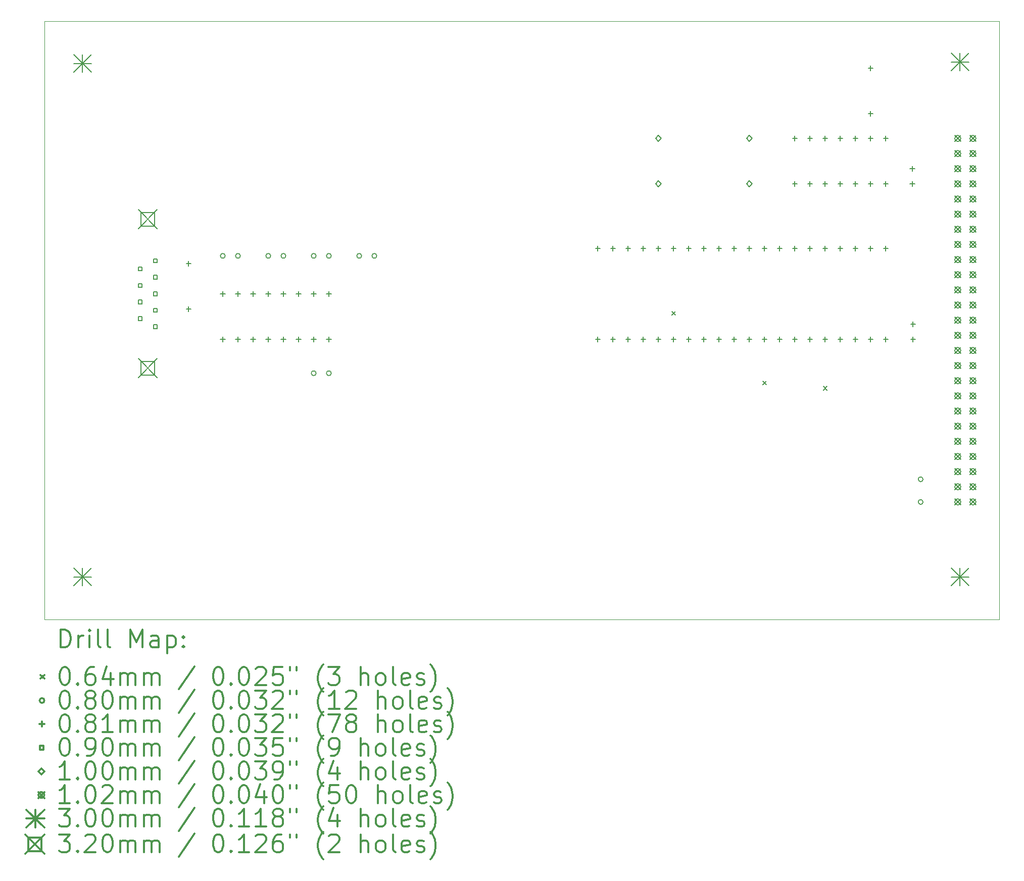
<source format=gbr>
%FSLAX45Y45*%
G04 Gerber Fmt 4.5, Leading zero omitted, Abs format (unit mm)*
G04 Created by KiCad (PCBNEW (2014-12-04 BZR 5312)-product) date Wed 04 Feb 2015 08:29:29 AM CET*
%MOMM*%
G01*
G04 APERTURE LIST*
%ADD10C,0.127000*%
%ADD11C,0.100000*%
%ADD12C,0.200000*%
%ADD13C,0.300000*%
G04 APERTURE END LIST*
D10*
D11*
X6223000Y-14605000D02*
X6223000Y-4572000D01*
X22225000Y-14605000D02*
X6223000Y-14605000D01*
X22225000Y-4572000D02*
X22225000Y-14605000D01*
X6223000Y-4572000D02*
X22225000Y-4572000D01*
D12*
X16732250Y-9442450D02*
X16795750Y-9505950D01*
X16795750Y-9442450D02*
X16732250Y-9505950D01*
X18256250Y-10610850D02*
X18319750Y-10674350D01*
X18319750Y-10610850D02*
X18256250Y-10674350D01*
X19272250Y-10699750D02*
X19335750Y-10763250D01*
X19335750Y-10699750D02*
X19272250Y-10763250D01*
X9247505Y-8509000D02*
G75*
G03X9247505Y-8509000I-40005J0D01*
G01*
X9501505Y-8509000D02*
G75*
G03X9501505Y-8509000I-40005J0D01*
G01*
X10009505Y-8509000D02*
G75*
G03X10009505Y-8509000I-40005J0D01*
G01*
X10263505Y-8509000D02*
G75*
G03X10263505Y-8509000I-40005J0D01*
G01*
X10771505Y-8509000D02*
G75*
G03X10771505Y-8509000I-40005J0D01*
G01*
X10771505Y-10477500D02*
G75*
G03X10771505Y-10477500I-40005J0D01*
G01*
X11025505Y-8509000D02*
G75*
G03X11025505Y-8509000I-40005J0D01*
G01*
X11025505Y-10477500D02*
G75*
G03X11025505Y-10477500I-40005J0D01*
G01*
X11533505Y-8509000D02*
G75*
G03X11533505Y-8509000I-40005J0D01*
G01*
X11787505Y-8509000D02*
G75*
G03X11787505Y-8509000I-40005J0D01*
G01*
X20944205Y-12255500D02*
G75*
G03X20944205Y-12255500I-40005J0D01*
G01*
X20944205Y-12636500D02*
G75*
G03X20944205Y-12636500I-40005J0D01*
G01*
X8636000Y-8595360D02*
X8636000Y-8676640D01*
X8595360Y-8636000D02*
X8676640Y-8636000D01*
X8636000Y-9357360D02*
X8636000Y-9438640D01*
X8595360Y-9398000D02*
X8676640Y-9398000D01*
X9207500Y-9103360D02*
X9207500Y-9184640D01*
X9166860Y-9144000D02*
X9248140Y-9144000D01*
X9207500Y-9865360D02*
X9207500Y-9946640D01*
X9166860Y-9906000D02*
X9248140Y-9906000D01*
X9461500Y-9103360D02*
X9461500Y-9184640D01*
X9420860Y-9144000D02*
X9502140Y-9144000D01*
X9461500Y-9865360D02*
X9461500Y-9946640D01*
X9420860Y-9906000D02*
X9502140Y-9906000D01*
X9715500Y-9103360D02*
X9715500Y-9184640D01*
X9674860Y-9144000D02*
X9756140Y-9144000D01*
X9715500Y-9865360D02*
X9715500Y-9946640D01*
X9674860Y-9906000D02*
X9756140Y-9906000D01*
X9969500Y-9103360D02*
X9969500Y-9184640D01*
X9928860Y-9144000D02*
X10010140Y-9144000D01*
X9969500Y-9865360D02*
X9969500Y-9946640D01*
X9928860Y-9906000D02*
X10010140Y-9906000D01*
X10223500Y-9103360D02*
X10223500Y-9184640D01*
X10182860Y-9144000D02*
X10264140Y-9144000D01*
X10223500Y-9865360D02*
X10223500Y-9946640D01*
X10182860Y-9906000D02*
X10264140Y-9906000D01*
X10477500Y-9103360D02*
X10477500Y-9184640D01*
X10436860Y-9144000D02*
X10518140Y-9144000D01*
X10477500Y-9865360D02*
X10477500Y-9946640D01*
X10436860Y-9906000D02*
X10518140Y-9906000D01*
X10731500Y-9103360D02*
X10731500Y-9184640D01*
X10690860Y-9144000D02*
X10772140Y-9144000D01*
X10731500Y-9865360D02*
X10731500Y-9946640D01*
X10690860Y-9906000D02*
X10772140Y-9906000D01*
X10985500Y-9103360D02*
X10985500Y-9184640D01*
X10944860Y-9144000D02*
X11026140Y-9144000D01*
X10985500Y-9865360D02*
X10985500Y-9946640D01*
X10944860Y-9906000D02*
X11026140Y-9906000D01*
X15494000Y-8341360D02*
X15494000Y-8422640D01*
X15453360Y-8382000D02*
X15534640Y-8382000D01*
X15494000Y-9865360D02*
X15494000Y-9946640D01*
X15453360Y-9906000D02*
X15534640Y-9906000D01*
X15748000Y-8341360D02*
X15748000Y-8422640D01*
X15707360Y-8382000D02*
X15788640Y-8382000D01*
X15748000Y-9865360D02*
X15748000Y-9946640D01*
X15707360Y-9906000D02*
X15788640Y-9906000D01*
X16002000Y-8341360D02*
X16002000Y-8422640D01*
X15961360Y-8382000D02*
X16042640Y-8382000D01*
X16002000Y-9865360D02*
X16002000Y-9946640D01*
X15961360Y-9906000D02*
X16042640Y-9906000D01*
X16256000Y-8341360D02*
X16256000Y-8422640D01*
X16215360Y-8382000D02*
X16296640Y-8382000D01*
X16256000Y-9865360D02*
X16256000Y-9946640D01*
X16215360Y-9906000D02*
X16296640Y-9906000D01*
X16510000Y-8341360D02*
X16510000Y-8422640D01*
X16469360Y-8382000D02*
X16550640Y-8382000D01*
X16510000Y-9865360D02*
X16510000Y-9946640D01*
X16469360Y-9906000D02*
X16550640Y-9906000D01*
X16764000Y-8341360D02*
X16764000Y-8422640D01*
X16723360Y-8382000D02*
X16804640Y-8382000D01*
X16764000Y-9865360D02*
X16764000Y-9946640D01*
X16723360Y-9906000D02*
X16804640Y-9906000D01*
X17018000Y-8341360D02*
X17018000Y-8422640D01*
X16977360Y-8382000D02*
X17058640Y-8382000D01*
X17018000Y-9865360D02*
X17018000Y-9946640D01*
X16977360Y-9906000D02*
X17058640Y-9906000D01*
X17272000Y-8341360D02*
X17272000Y-8422640D01*
X17231360Y-8382000D02*
X17312640Y-8382000D01*
X17272000Y-9865360D02*
X17272000Y-9946640D01*
X17231360Y-9906000D02*
X17312640Y-9906000D01*
X17526000Y-8341360D02*
X17526000Y-8422640D01*
X17485360Y-8382000D02*
X17566640Y-8382000D01*
X17526000Y-9865360D02*
X17526000Y-9946640D01*
X17485360Y-9906000D02*
X17566640Y-9906000D01*
X17780000Y-8341360D02*
X17780000Y-8422640D01*
X17739360Y-8382000D02*
X17820640Y-8382000D01*
X17780000Y-9865360D02*
X17780000Y-9946640D01*
X17739360Y-9906000D02*
X17820640Y-9906000D01*
X18034000Y-8341360D02*
X18034000Y-8422640D01*
X17993360Y-8382000D02*
X18074640Y-8382000D01*
X18034000Y-9865360D02*
X18034000Y-9946640D01*
X17993360Y-9906000D02*
X18074640Y-9906000D01*
X18288000Y-8341360D02*
X18288000Y-8422640D01*
X18247360Y-8382000D02*
X18328640Y-8382000D01*
X18288000Y-9865360D02*
X18288000Y-9946640D01*
X18247360Y-9906000D02*
X18328640Y-9906000D01*
X18542000Y-8341360D02*
X18542000Y-8422640D01*
X18501360Y-8382000D02*
X18582640Y-8382000D01*
X18542000Y-9865360D02*
X18542000Y-9946640D01*
X18501360Y-9906000D02*
X18582640Y-9906000D01*
X18796000Y-6499860D02*
X18796000Y-6581140D01*
X18755360Y-6540500D02*
X18836640Y-6540500D01*
X18796000Y-7261860D02*
X18796000Y-7343140D01*
X18755360Y-7302500D02*
X18836640Y-7302500D01*
X18796000Y-8341360D02*
X18796000Y-8422640D01*
X18755360Y-8382000D02*
X18836640Y-8382000D01*
X18796000Y-9865360D02*
X18796000Y-9946640D01*
X18755360Y-9906000D02*
X18836640Y-9906000D01*
X19050000Y-6499860D02*
X19050000Y-6581140D01*
X19009360Y-6540500D02*
X19090640Y-6540500D01*
X19050000Y-7261860D02*
X19050000Y-7343140D01*
X19009360Y-7302500D02*
X19090640Y-7302500D01*
X19050000Y-8341360D02*
X19050000Y-8422640D01*
X19009360Y-8382000D02*
X19090640Y-8382000D01*
X19050000Y-9865360D02*
X19050000Y-9946640D01*
X19009360Y-9906000D02*
X19090640Y-9906000D01*
X19304000Y-6499860D02*
X19304000Y-6581140D01*
X19263360Y-6540500D02*
X19344640Y-6540500D01*
X19304000Y-7261860D02*
X19304000Y-7343140D01*
X19263360Y-7302500D02*
X19344640Y-7302500D01*
X19304000Y-8341360D02*
X19304000Y-8422640D01*
X19263360Y-8382000D02*
X19344640Y-8382000D01*
X19304000Y-9865360D02*
X19304000Y-9946640D01*
X19263360Y-9906000D02*
X19344640Y-9906000D01*
X19558000Y-6499860D02*
X19558000Y-6581140D01*
X19517360Y-6540500D02*
X19598640Y-6540500D01*
X19558000Y-7261860D02*
X19558000Y-7343140D01*
X19517360Y-7302500D02*
X19598640Y-7302500D01*
X19558000Y-8341360D02*
X19558000Y-8422640D01*
X19517360Y-8382000D02*
X19598640Y-8382000D01*
X19558000Y-9865360D02*
X19558000Y-9946640D01*
X19517360Y-9906000D02*
X19598640Y-9906000D01*
X19812000Y-6499860D02*
X19812000Y-6581140D01*
X19771360Y-6540500D02*
X19852640Y-6540500D01*
X19812000Y-7261860D02*
X19812000Y-7343140D01*
X19771360Y-7302500D02*
X19852640Y-7302500D01*
X19812000Y-8341360D02*
X19812000Y-8422640D01*
X19771360Y-8382000D02*
X19852640Y-8382000D01*
X19812000Y-9865360D02*
X19812000Y-9946640D01*
X19771360Y-9906000D02*
X19852640Y-9906000D01*
X20066000Y-5318760D02*
X20066000Y-5400040D01*
X20025360Y-5359400D02*
X20106640Y-5359400D01*
X20066000Y-6080760D02*
X20066000Y-6162040D01*
X20025360Y-6121400D02*
X20106640Y-6121400D01*
X20066000Y-6499860D02*
X20066000Y-6581140D01*
X20025360Y-6540500D02*
X20106640Y-6540500D01*
X20066000Y-7261860D02*
X20066000Y-7343140D01*
X20025360Y-7302500D02*
X20106640Y-7302500D01*
X20066000Y-8341360D02*
X20066000Y-8422640D01*
X20025360Y-8382000D02*
X20106640Y-8382000D01*
X20066000Y-9865360D02*
X20066000Y-9946640D01*
X20025360Y-9906000D02*
X20106640Y-9906000D01*
X20320000Y-6499860D02*
X20320000Y-6581140D01*
X20279360Y-6540500D02*
X20360640Y-6540500D01*
X20320000Y-7261860D02*
X20320000Y-7343140D01*
X20279360Y-7302500D02*
X20360640Y-7302500D01*
X20320000Y-8341360D02*
X20320000Y-8422640D01*
X20279360Y-8382000D02*
X20360640Y-8382000D01*
X20320000Y-9865360D02*
X20320000Y-9946640D01*
X20279360Y-9906000D02*
X20360640Y-9906000D01*
X20764500Y-7007860D02*
X20764500Y-7089140D01*
X20723860Y-7048500D02*
X20805140Y-7048500D01*
X20764500Y-7261860D02*
X20764500Y-7343140D01*
X20723860Y-7302500D02*
X20805140Y-7302500D01*
X20777200Y-9611360D02*
X20777200Y-9692640D01*
X20736560Y-9652000D02*
X20817840Y-9652000D01*
X20777200Y-9865360D02*
X20777200Y-9946640D01*
X20736560Y-9906000D02*
X20817840Y-9906000D01*
X7854990Y-8760246D02*
X7854990Y-8696666D01*
X7791410Y-8696666D01*
X7791410Y-8760246D01*
X7854990Y-8760246D01*
X7854990Y-9037360D02*
X7854990Y-8973780D01*
X7791410Y-8973780D01*
X7791410Y-9037360D01*
X7854990Y-9037360D01*
X7854990Y-9314220D02*
X7854990Y-9250640D01*
X7791410Y-9250640D01*
X7791410Y-9314220D01*
X7854990Y-9314220D01*
X7854990Y-9591334D02*
X7854990Y-9527754D01*
X7791410Y-9527754D01*
X7791410Y-9591334D01*
X7854990Y-9591334D01*
X8108990Y-8621816D02*
X8108990Y-8558236D01*
X8045410Y-8558236D01*
X8045410Y-8621816D01*
X8108990Y-8621816D01*
X8108990Y-8898676D02*
X8108990Y-8835096D01*
X8045410Y-8835096D01*
X8045410Y-8898676D01*
X8108990Y-8898676D01*
X8108990Y-9175790D02*
X8108990Y-9112210D01*
X8045410Y-9112210D01*
X8045410Y-9175790D01*
X8108990Y-9175790D01*
X8108990Y-9452904D02*
X8108990Y-9389324D01*
X8045410Y-9389324D01*
X8045410Y-9452904D01*
X8108990Y-9452904D01*
X8108990Y-9729764D02*
X8108990Y-9666184D01*
X8045410Y-9666184D01*
X8045410Y-9729764D01*
X8108990Y-9729764D01*
X16510000Y-6590538D02*
X16560038Y-6540500D01*
X16510000Y-6490462D01*
X16459962Y-6540500D01*
X16510000Y-6590538D01*
X16510000Y-7352538D02*
X16560038Y-7302500D01*
X16510000Y-7252462D01*
X16459962Y-7302500D01*
X16510000Y-7352538D01*
X18034000Y-6590538D02*
X18084038Y-6540500D01*
X18034000Y-6490462D01*
X17983962Y-6540500D01*
X18034000Y-6590538D01*
X18034000Y-7352538D02*
X18084038Y-7302500D01*
X18034000Y-7252462D01*
X17983962Y-7302500D01*
X18034000Y-7352538D01*
X21475700Y-6489700D02*
X21577300Y-6591300D01*
X21577300Y-6489700D02*
X21475700Y-6591300D01*
X21577300Y-6540500D02*
G75*
G03X21577300Y-6540500I-50800J0D01*
G01*
X21475700Y-6743700D02*
X21577300Y-6845300D01*
X21577300Y-6743700D02*
X21475700Y-6845300D01*
X21577300Y-6794500D02*
G75*
G03X21577300Y-6794500I-50800J0D01*
G01*
X21475700Y-6997700D02*
X21577300Y-7099300D01*
X21577300Y-6997700D02*
X21475700Y-7099300D01*
X21577300Y-7048500D02*
G75*
G03X21577300Y-7048500I-50800J0D01*
G01*
X21475700Y-7251700D02*
X21577300Y-7353300D01*
X21577300Y-7251700D02*
X21475700Y-7353300D01*
X21577300Y-7302500D02*
G75*
G03X21577300Y-7302500I-50800J0D01*
G01*
X21475700Y-7505700D02*
X21577300Y-7607300D01*
X21577300Y-7505700D02*
X21475700Y-7607300D01*
X21577300Y-7556500D02*
G75*
G03X21577300Y-7556500I-50800J0D01*
G01*
X21475700Y-7759700D02*
X21577300Y-7861300D01*
X21577300Y-7759700D02*
X21475700Y-7861300D01*
X21577300Y-7810500D02*
G75*
G03X21577300Y-7810500I-50800J0D01*
G01*
X21475700Y-8013700D02*
X21577300Y-8115300D01*
X21577300Y-8013700D02*
X21475700Y-8115300D01*
X21577300Y-8064500D02*
G75*
G03X21577300Y-8064500I-50800J0D01*
G01*
X21475700Y-8267700D02*
X21577300Y-8369300D01*
X21577300Y-8267700D02*
X21475700Y-8369300D01*
X21577300Y-8318500D02*
G75*
G03X21577300Y-8318500I-50800J0D01*
G01*
X21475700Y-8521700D02*
X21577300Y-8623300D01*
X21577300Y-8521700D02*
X21475700Y-8623300D01*
X21577300Y-8572500D02*
G75*
G03X21577300Y-8572500I-50800J0D01*
G01*
X21475700Y-8775700D02*
X21577300Y-8877300D01*
X21577300Y-8775700D02*
X21475700Y-8877300D01*
X21577300Y-8826500D02*
G75*
G03X21577300Y-8826500I-50800J0D01*
G01*
X21475700Y-9029700D02*
X21577300Y-9131300D01*
X21577300Y-9029700D02*
X21475700Y-9131300D01*
X21577300Y-9080500D02*
G75*
G03X21577300Y-9080500I-50800J0D01*
G01*
X21475700Y-9283700D02*
X21577300Y-9385300D01*
X21577300Y-9283700D02*
X21475700Y-9385300D01*
X21577300Y-9334500D02*
G75*
G03X21577300Y-9334500I-50800J0D01*
G01*
X21475700Y-9537700D02*
X21577300Y-9639300D01*
X21577300Y-9537700D02*
X21475700Y-9639300D01*
X21577300Y-9588500D02*
G75*
G03X21577300Y-9588500I-50800J0D01*
G01*
X21475700Y-9791700D02*
X21577300Y-9893300D01*
X21577300Y-9791700D02*
X21475700Y-9893300D01*
X21577300Y-9842500D02*
G75*
G03X21577300Y-9842500I-50800J0D01*
G01*
X21475700Y-10045700D02*
X21577300Y-10147300D01*
X21577300Y-10045700D02*
X21475700Y-10147300D01*
X21577300Y-10096500D02*
G75*
G03X21577300Y-10096500I-50800J0D01*
G01*
X21475700Y-10299700D02*
X21577300Y-10401300D01*
X21577300Y-10299700D02*
X21475700Y-10401300D01*
X21577300Y-10350500D02*
G75*
G03X21577300Y-10350500I-50800J0D01*
G01*
X21475700Y-10553700D02*
X21577300Y-10655300D01*
X21577300Y-10553700D02*
X21475700Y-10655300D01*
X21577300Y-10604500D02*
G75*
G03X21577300Y-10604500I-50800J0D01*
G01*
X21475700Y-10807700D02*
X21577300Y-10909300D01*
X21577300Y-10807700D02*
X21475700Y-10909300D01*
X21577300Y-10858500D02*
G75*
G03X21577300Y-10858500I-50800J0D01*
G01*
X21475700Y-11061700D02*
X21577300Y-11163300D01*
X21577300Y-11061700D02*
X21475700Y-11163300D01*
X21577300Y-11112500D02*
G75*
G03X21577300Y-11112500I-50800J0D01*
G01*
X21475700Y-11315700D02*
X21577300Y-11417300D01*
X21577300Y-11315700D02*
X21475700Y-11417300D01*
X21577300Y-11366500D02*
G75*
G03X21577300Y-11366500I-50800J0D01*
G01*
X21475700Y-11569700D02*
X21577300Y-11671300D01*
X21577300Y-11569700D02*
X21475700Y-11671300D01*
X21577300Y-11620500D02*
G75*
G03X21577300Y-11620500I-50800J0D01*
G01*
X21475700Y-11823700D02*
X21577300Y-11925300D01*
X21577300Y-11823700D02*
X21475700Y-11925300D01*
X21577300Y-11874500D02*
G75*
G03X21577300Y-11874500I-50800J0D01*
G01*
X21475700Y-12077700D02*
X21577300Y-12179300D01*
X21577300Y-12077700D02*
X21475700Y-12179300D01*
X21577300Y-12128500D02*
G75*
G03X21577300Y-12128500I-50800J0D01*
G01*
X21475700Y-12331700D02*
X21577300Y-12433300D01*
X21577300Y-12331700D02*
X21475700Y-12433300D01*
X21577300Y-12382500D02*
G75*
G03X21577300Y-12382500I-50800J0D01*
G01*
X21475700Y-12585700D02*
X21577300Y-12687300D01*
X21577300Y-12585700D02*
X21475700Y-12687300D01*
X21577300Y-12636500D02*
G75*
G03X21577300Y-12636500I-50800J0D01*
G01*
X21729700Y-6489700D02*
X21831300Y-6591300D01*
X21831300Y-6489700D02*
X21729700Y-6591300D01*
X21831300Y-6540500D02*
G75*
G03X21831300Y-6540500I-50800J0D01*
G01*
X21729700Y-6743700D02*
X21831300Y-6845300D01*
X21831300Y-6743700D02*
X21729700Y-6845300D01*
X21831300Y-6794500D02*
G75*
G03X21831300Y-6794500I-50800J0D01*
G01*
X21729700Y-6997700D02*
X21831300Y-7099300D01*
X21831300Y-6997700D02*
X21729700Y-7099300D01*
X21831300Y-7048500D02*
G75*
G03X21831300Y-7048500I-50800J0D01*
G01*
X21729700Y-7251700D02*
X21831300Y-7353300D01*
X21831300Y-7251700D02*
X21729700Y-7353300D01*
X21831300Y-7302500D02*
G75*
G03X21831300Y-7302500I-50800J0D01*
G01*
X21729700Y-7505700D02*
X21831300Y-7607300D01*
X21831300Y-7505700D02*
X21729700Y-7607300D01*
X21831300Y-7556500D02*
G75*
G03X21831300Y-7556500I-50800J0D01*
G01*
X21729700Y-7759700D02*
X21831300Y-7861300D01*
X21831300Y-7759700D02*
X21729700Y-7861300D01*
X21831300Y-7810500D02*
G75*
G03X21831300Y-7810500I-50800J0D01*
G01*
X21729700Y-8013700D02*
X21831300Y-8115300D01*
X21831300Y-8013700D02*
X21729700Y-8115300D01*
X21831300Y-8064500D02*
G75*
G03X21831300Y-8064500I-50800J0D01*
G01*
X21729700Y-8267700D02*
X21831300Y-8369300D01*
X21831300Y-8267700D02*
X21729700Y-8369300D01*
X21831300Y-8318500D02*
G75*
G03X21831300Y-8318500I-50800J0D01*
G01*
X21729700Y-8521700D02*
X21831300Y-8623300D01*
X21831300Y-8521700D02*
X21729700Y-8623300D01*
X21831300Y-8572500D02*
G75*
G03X21831300Y-8572500I-50800J0D01*
G01*
X21729700Y-8775700D02*
X21831300Y-8877300D01*
X21831300Y-8775700D02*
X21729700Y-8877300D01*
X21831300Y-8826500D02*
G75*
G03X21831300Y-8826500I-50800J0D01*
G01*
X21729700Y-9029700D02*
X21831300Y-9131300D01*
X21831300Y-9029700D02*
X21729700Y-9131300D01*
X21831300Y-9080500D02*
G75*
G03X21831300Y-9080500I-50800J0D01*
G01*
X21729700Y-9283700D02*
X21831300Y-9385300D01*
X21831300Y-9283700D02*
X21729700Y-9385300D01*
X21831300Y-9334500D02*
G75*
G03X21831300Y-9334500I-50800J0D01*
G01*
X21729700Y-9537700D02*
X21831300Y-9639300D01*
X21831300Y-9537700D02*
X21729700Y-9639300D01*
X21831300Y-9588500D02*
G75*
G03X21831300Y-9588500I-50800J0D01*
G01*
X21729700Y-9791700D02*
X21831300Y-9893300D01*
X21831300Y-9791700D02*
X21729700Y-9893300D01*
X21831300Y-9842500D02*
G75*
G03X21831300Y-9842500I-50800J0D01*
G01*
X21729700Y-10045700D02*
X21831300Y-10147300D01*
X21831300Y-10045700D02*
X21729700Y-10147300D01*
X21831300Y-10096500D02*
G75*
G03X21831300Y-10096500I-50800J0D01*
G01*
X21729700Y-10299700D02*
X21831300Y-10401300D01*
X21831300Y-10299700D02*
X21729700Y-10401300D01*
X21831300Y-10350500D02*
G75*
G03X21831300Y-10350500I-50800J0D01*
G01*
X21729700Y-10553700D02*
X21831300Y-10655300D01*
X21831300Y-10553700D02*
X21729700Y-10655300D01*
X21831300Y-10604500D02*
G75*
G03X21831300Y-10604500I-50800J0D01*
G01*
X21729700Y-10807700D02*
X21831300Y-10909300D01*
X21831300Y-10807700D02*
X21729700Y-10909300D01*
X21831300Y-10858500D02*
G75*
G03X21831300Y-10858500I-50800J0D01*
G01*
X21729700Y-11061700D02*
X21831300Y-11163300D01*
X21831300Y-11061700D02*
X21729700Y-11163300D01*
X21831300Y-11112500D02*
G75*
G03X21831300Y-11112500I-50800J0D01*
G01*
X21729700Y-11315700D02*
X21831300Y-11417300D01*
X21831300Y-11315700D02*
X21729700Y-11417300D01*
X21831300Y-11366500D02*
G75*
G03X21831300Y-11366500I-50800J0D01*
G01*
X21729700Y-11569700D02*
X21831300Y-11671300D01*
X21831300Y-11569700D02*
X21729700Y-11671300D01*
X21831300Y-11620500D02*
G75*
G03X21831300Y-11620500I-50800J0D01*
G01*
X21729700Y-11823700D02*
X21831300Y-11925300D01*
X21831300Y-11823700D02*
X21729700Y-11925300D01*
X21831300Y-11874500D02*
G75*
G03X21831300Y-11874500I-50800J0D01*
G01*
X21729700Y-12077700D02*
X21831300Y-12179300D01*
X21831300Y-12077700D02*
X21729700Y-12179300D01*
X21831300Y-12128500D02*
G75*
G03X21831300Y-12128500I-50800J0D01*
G01*
X21729700Y-12331700D02*
X21831300Y-12433300D01*
X21831300Y-12331700D02*
X21729700Y-12433300D01*
X21831300Y-12382500D02*
G75*
G03X21831300Y-12382500I-50800J0D01*
G01*
X21729700Y-12585700D02*
X21831300Y-12687300D01*
X21831300Y-12585700D02*
X21729700Y-12687300D01*
X21831300Y-12636500D02*
G75*
G03X21831300Y-12636500I-50800J0D01*
G01*
X6708013Y-5133213D02*
X7007987Y-5433187D01*
X7007987Y-5133213D02*
X6708013Y-5433187D01*
X6858000Y-5133213D02*
X6858000Y-5433187D01*
X6708013Y-5283200D02*
X7007987Y-5283200D01*
X6708013Y-13743813D02*
X7007987Y-14043787D01*
X7007987Y-13743813D02*
X6708013Y-14043787D01*
X6858000Y-13743813D02*
X6858000Y-14043787D01*
X6708013Y-13893800D02*
X7007987Y-13893800D01*
X21414613Y-5107813D02*
X21714587Y-5407787D01*
X21714587Y-5107813D02*
X21414613Y-5407787D01*
X21564600Y-5107813D02*
X21564600Y-5407787D01*
X21414613Y-5257800D02*
X21714587Y-5257800D01*
X21414613Y-13743813D02*
X21714587Y-14043787D01*
X21714587Y-13743813D02*
X21414613Y-14043787D01*
X21564600Y-13743813D02*
X21564600Y-14043787D01*
X21414613Y-13893800D02*
X21714587Y-13893800D01*
X7790180Y-7734554D02*
X8110220Y-8054594D01*
X8110220Y-7734554D02*
X7790180Y-8054594D01*
X8063352Y-8007726D02*
X8063352Y-7781422D01*
X7837048Y-7781422D01*
X7837048Y-8007726D01*
X8063352Y-8007726D01*
X7790180Y-10233406D02*
X8110220Y-10553446D01*
X8110220Y-10233406D02*
X7790180Y-10553446D01*
X8063352Y-10506578D02*
X8063352Y-10280274D01*
X7837048Y-10280274D01*
X7837048Y-10506578D01*
X8063352Y-10506578D01*
D13*
X6489428Y-15075714D02*
X6489428Y-14775714D01*
X6560857Y-14775714D01*
X6603714Y-14790000D01*
X6632286Y-14818571D01*
X6646571Y-14847143D01*
X6660857Y-14904286D01*
X6660857Y-14947143D01*
X6646571Y-15004286D01*
X6632286Y-15032857D01*
X6603714Y-15061429D01*
X6560857Y-15075714D01*
X6489428Y-15075714D01*
X6789428Y-15075714D02*
X6789428Y-14875714D01*
X6789428Y-14932857D02*
X6803714Y-14904286D01*
X6818000Y-14890000D01*
X6846571Y-14875714D01*
X6875143Y-14875714D01*
X6975143Y-15075714D02*
X6975143Y-14875714D01*
X6975143Y-14775714D02*
X6960857Y-14790000D01*
X6975143Y-14804286D01*
X6989428Y-14790000D01*
X6975143Y-14775714D01*
X6975143Y-14804286D01*
X7160857Y-15075714D02*
X7132286Y-15061429D01*
X7118000Y-15032857D01*
X7118000Y-14775714D01*
X7318000Y-15075714D02*
X7289428Y-15061429D01*
X7275143Y-15032857D01*
X7275143Y-14775714D01*
X7660857Y-15075714D02*
X7660857Y-14775714D01*
X7760857Y-14990000D01*
X7860857Y-14775714D01*
X7860857Y-15075714D01*
X8132286Y-15075714D02*
X8132286Y-14918571D01*
X8118000Y-14890000D01*
X8089428Y-14875714D01*
X8032286Y-14875714D01*
X8003714Y-14890000D01*
X8132286Y-15061429D02*
X8103714Y-15075714D01*
X8032286Y-15075714D01*
X8003714Y-15061429D01*
X7989428Y-15032857D01*
X7989428Y-15004286D01*
X8003714Y-14975714D01*
X8032286Y-14961429D01*
X8103714Y-14961429D01*
X8132286Y-14947143D01*
X8275143Y-14875714D02*
X8275143Y-15175714D01*
X8275143Y-14890000D02*
X8303714Y-14875714D01*
X8360857Y-14875714D01*
X8389429Y-14890000D01*
X8403714Y-14904286D01*
X8418000Y-14932857D01*
X8418000Y-15018571D01*
X8403714Y-15047143D01*
X8389429Y-15061429D01*
X8360857Y-15075714D01*
X8303714Y-15075714D01*
X8275143Y-15061429D01*
X8546571Y-15047143D02*
X8560857Y-15061429D01*
X8546571Y-15075714D01*
X8532286Y-15061429D01*
X8546571Y-15047143D01*
X8546571Y-15075714D01*
X8546571Y-14890000D02*
X8560857Y-14904286D01*
X8546571Y-14918571D01*
X8532286Y-14904286D01*
X8546571Y-14890000D01*
X8546571Y-14918571D01*
X6154500Y-15538250D02*
X6218000Y-15601750D01*
X6218000Y-15538250D02*
X6154500Y-15601750D01*
X6546571Y-15405714D02*
X6575143Y-15405714D01*
X6603714Y-15420000D01*
X6618000Y-15434286D01*
X6632286Y-15462857D01*
X6646571Y-15520000D01*
X6646571Y-15591429D01*
X6632286Y-15648571D01*
X6618000Y-15677143D01*
X6603714Y-15691429D01*
X6575143Y-15705714D01*
X6546571Y-15705714D01*
X6518000Y-15691429D01*
X6503714Y-15677143D01*
X6489428Y-15648571D01*
X6475143Y-15591429D01*
X6475143Y-15520000D01*
X6489428Y-15462857D01*
X6503714Y-15434286D01*
X6518000Y-15420000D01*
X6546571Y-15405714D01*
X6775143Y-15677143D02*
X6789428Y-15691429D01*
X6775143Y-15705714D01*
X6760857Y-15691429D01*
X6775143Y-15677143D01*
X6775143Y-15705714D01*
X7046571Y-15405714D02*
X6989428Y-15405714D01*
X6960857Y-15420000D01*
X6946571Y-15434286D01*
X6918000Y-15477143D01*
X6903714Y-15534286D01*
X6903714Y-15648571D01*
X6918000Y-15677143D01*
X6932286Y-15691429D01*
X6960857Y-15705714D01*
X7018000Y-15705714D01*
X7046571Y-15691429D01*
X7060857Y-15677143D01*
X7075143Y-15648571D01*
X7075143Y-15577143D01*
X7060857Y-15548571D01*
X7046571Y-15534286D01*
X7018000Y-15520000D01*
X6960857Y-15520000D01*
X6932286Y-15534286D01*
X6918000Y-15548571D01*
X6903714Y-15577143D01*
X7332286Y-15505714D02*
X7332286Y-15705714D01*
X7260857Y-15391429D02*
X7189428Y-15605714D01*
X7375143Y-15605714D01*
X7489428Y-15705714D02*
X7489428Y-15505714D01*
X7489428Y-15534286D02*
X7503714Y-15520000D01*
X7532286Y-15505714D01*
X7575143Y-15505714D01*
X7603714Y-15520000D01*
X7618000Y-15548571D01*
X7618000Y-15705714D01*
X7618000Y-15548571D02*
X7632286Y-15520000D01*
X7660857Y-15505714D01*
X7703714Y-15505714D01*
X7732286Y-15520000D01*
X7746571Y-15548571D01*
X7746571Y-15705714D01*
X7889428Y-15705714D02*
X7889428Y-15505714D01*
X7889428Y-15534286D02*
X7903714Y-15520000D01*
X7932286Y-15505714D01*
X7975143Y-15505714D01*
X8003714Y-15520000D01*
X8018000Y-15548571D01*
X8018000Y-15705714D01*
X8018000Y-15548571D02*
X8032286Y-15520000D01*
X8060857Y-15505714D01*
X8103714Y-15505714D01*
X8132286Y-15520000D01*
X8146571Y-15548571D01*
X8146571Y-15705714D01*
X8732286Y-15391429D02*
X8475143Y-15777143D01*
X9118000Y-15405714D02*
X9146571Y-15405714D01*
X9175143Y-15420000D01*
X9189428Y-15434286D01*
X9203714Y-15462857D01*
X9218000Y-15520000D01*
X9218000Y-15591429D01*
X9203714Y-15648571D01*
X9189428Y-15677143D01*
X9175143Y-15691429D01*
X9146571Y-15705714D01*
X9118000Y-15705714D01*
X9089428Y-15691429D01*
X9075143Y-15677143D01*
X9060857Y-15648571D01*
X9046571Y-15591429D01*
X9046571Y-15520000D01*
X9060857Y-15462857D01*
X9075143Y-15434286D01*
X9089428Y-15420000D01*
X9118000Y-15405714D01*
X9346571Y-15677143D02*
X9360857Y-15691429D01*
X9346571Y-15705714D01*
X9332286Y-15691429D01*
X9346571Y-15677143D01*
X9346571Y-15705714D01*
X9546571Y-15405714D02*
X9575143Y-15405714D01*
X9603714Y-15420000D01*
X9618000Y-15434286D01*
X9632286Y-15462857D01*
X9646571Y-15520000D01*
X9646571Y-15591429D01*
X9632286Y-15648571D01*
X9618000Y-15677143D01*
X9603714Y-15691429D01*
X9575143Y-15705714D01*
X9546571Y-15705714D01*
X9518000Y-15691429D01*
X9503714Y-15677143D01*
X9489428Y-15648571D01*
X9475143Y-15591429D01*
X9475143Y-15520000D01*
X9489428Y-15462857D01*
X9503714Y-15434286D01*
X9518000Y-15420000D01*
X9546571Y-15405714D01*
X9760857Y-15434286D02*
X9775143Y-15420000D01*
X9803714Y-15405714D01*
X9875143Y-15405714D01*
X9903714Y-15420000D01*
X9918000Y-15434286D01*
X9932286Y-15462857D01*
X9932286Y-15491429D01*
X9918000Y-15534286D01*
X9746571Y-15705714D01*
X9932286Y-15705714D01*
X10203714Y-15405714D02*
X10060857Y-15405714D01*
X10046571Y-15548571D01*
X10060857Y-15534286D01*
X10089428Y-15520000D01*
X10160857Y-15520000D01*
X10189428Y-15534286D01*
X10203714Y-15548571D01*
X10218000Y-15577143D01*
X10218000Y-15648571D01*
X10203714Y-15677143D01*
X10189428Y-15691429D01*
X10160857Y-15705714D01*
X10089428Y-15705714D01*
X10060857Y-15691429D01*
X10046571Y-15677143D01*
X10332286Y-15405714D02*
X10332286Y-15462857D01*
X10446571Y-15405714D02*
X10446571Y-15462857D01*
X10889428Y-15820000D02*
X10875143Y-15805714D01*
X10846571Y-15762857D01*
X10832286Y-15734286D01*
X10818000Y-15691429D01*
X10803714Y-15620000D01*
X10803714Y-15562857D01*
X10818000Y-15491429D01*
X10832286Y-15448571D01*
X10846571Y-15420000D01*
X10875143Y-15377143D01*
X10889428Y-15362857D01*
X10975143Y-15405714D02*
X11160857Y-15405714D01*
X11060857Y-15520000D01*
X11103714Y-15520000D01*
X11132286Y-15534286D01*
X11146571Y-15548571D01*
X11160857Y-15577143D01*
X11160857Y-15648571D01*
X11146571Y-15677143D01*
X11132286Y-15691429D01*
X11103714Y-15705714D01*
X11018000Y-15705714D01*
X10989428Y-15691429D01*
X10975143Y-15677143D01*
X11518000Y-15705714D02*
X11518000Y-15405714D01*
X11646571Y-15705714D02*
X11646571Y-15548571D01*
X11632285Y-15520000D01*
X11603714Y-15505714D01*
X11560857Y-15505714D01*
X11532285Y-15520000D01*
X11518000Y-15534286D01*
X11832285Y-15705714D02*
X11803714Y-15691429D01*
X11789428Y-15677143D01*
X11775143Y-15648571D01*
X11775143Y-15562857D01*
X11789428Y-15534286D01*
X11803714Y-15520000D01*
X11832285Y-15505714D01*
X11875143Y-15505714D01*
X11903714Y-15520000D01*
X11918000Y-15534286D01*
X11932285Y-15562857D01*
X11932285Y-15648571D01*
X11918000Y-15677143D01*
X11903714Y-15691429D01*
X11875143Y-15705714D01*
X11832285Y-15705714D01*
X12103714Y-15705714D02*
X12075143Y-15691429D01*
X12060857Y-15662857D01*
X12060857Y-15405714D01*
X12332286Y-15691429D02*
X12303714Y-15705714D01*
X12246571Y-15705714D01*
X12218000Y-15691429D01*
X12203714Y-15662857D01*
X12203714Y-15548571D01*
X12218000Y-15520000D01*
X12246571Y-15505714D01*
X12303714Y-15505714D01*
X12332286Y-15520000D01*
X12346571Y-15548571D01*
X12346571Y-15577143D01*
X12203714Y-15605714D01*
X12460857Y-15691429D02*
X12489428Y-15705714D01*
X12546571Y-15705714D01*
X12575143Y-15691429D01*
X12589428Y-15662857D01*
X12589428Y-15648571D01*
X12575143Y-15620000D01*
X12546571Y-15605714D01*
X12503714Y-15605714D01*
X12475143Y-15591429D01*
X12460857Y-15562857D01*
X12460857Y-15548571D01*
X12475143Y-15520000D01*
X12503714Y-15505714D01*
X12546571Y-15505714D01*
X12575143Y-15520000D01*
X12689428Y-15820000D02*
X12703714Y-15805714D01*
X12732286Y-15762857D01*
X12746571Y-15734286D01*
X12760857Y-15691429D01*
X12775143Y-15620000D01*
X12775143Y-15562857D01*
X12760857Y-15491429D01*
X12746571Y-15448571D01*
X12732286Y-15420000D01*
X12703714Y-15377143D01*
X12689428Y-15362857D01*
X6218000Y-15966000D02*
G75*
G03X6218000Y-15966000I-40005J0D01*
G01*
X6546571Y-15801714D02*
X6575143Y-15801714D01*
X6603714Y-15816000D01*
X6618000Y-15830286D01*
X6632286Y-15858857D01*
X6646571Y-15916000D01*
X6646571Y-15987429D01*
X6632286Y-16044571D01*
X6618000Y-16073143D01*
X6603714Y-16087429D01*
X6575143Y-16101714D01*
X6546571Y-16101714D01*
X6518000Y-16087429D01*
X6503714Y-16073143D01*
X6489428Y-16044571D01*
X6475143Y-15987429D01*
X6475143Y-15916000D01*
X6489428Y-15858857D01*
X6503714Y-15830286D01*
X6518000Y-15816000D01*
X6546571Y-15801714D01*
X6775143Y-16073143D02*
X6789428Y-16087429D01*
X6775143Y-16101714D01*
X6760857Y-16087429D01*
X6775143Y-16073143D01*
X6775143Y-16101714D01*
X6960857Y-15930286D02*
X6932286Y-15916000D01*
X6918000Y-15901714D01*
X6903714Y-15873143D01*
X6903714Y-15858857D01*
X6918000Y-15830286D01*
X6932286Y-15816000D01*
X6960857Y-15801714D01*
X7018000Y-15801714D01*
X7046571Y-15816000D01*
X7060857Y-15830286D01*
X7075143Y-15858857D01*
X7075143Y-15873143D01*
X7060857Y-15901714D01*
X7046571Y-15916000D01*
X7018000Y-15930286D01*
X6960857Y-15930286D01*
X6932286Y-15944571D01*
X6918000Y-15958857D01*
X6903714Y-15987429D01*
X6903714Y-16044571D01*
X6918000Y-16073143D01*
X6932286Y-16087429D01*
X6960857Y-16101714D01*
X7018000Y-16101714D01*
X7046571Y-16087429D01*
X7060857Y-16073143D01*
X7075143Y-16044571D01*
X7075143Y-15987429D01*
X7060857Y-15958857D01*
X7046571Y-15944571D01*
X7018000Y-15930286D01*
X7260857Y-15801714D02*
X7289428Y-15801714D01*
X7318000Y-15816000D01*
X7332286Y-15830286D01*
X7346571Y-15858857D01*
X7360857Y-15916000D01*
X7360857Y-15987429D01*
X7346571Y-16044571D01*
X7332286Y-16073143D01*
X7318000Y-16087429D01*
X7289428Y-16101714D01*
X7260857Y-16101714D01*
X7232286Y-16087429D01*
X7218000Y-16073143D01*
X7203714Y-16044571D01*
X7189428Y-15987429D01*
X7189428Y-15916000D01*
X7203714Y-15858857D01*
X7218000Y-15830286D01*
X7232286Y-15816000D01*
X7260857Y-15801714D01*
X7489428Y-16101714D02*
X7489428Y-15901714D01*
X7489428Y-15930286D02*
X7503714Y-15916000D01*
X7532286Y-15901714D01*
X7575143Y-15901714D01*
X7603714Y-15916000D01*
X7618000Y-15944571D01*
X7618000Y-16101714D01*
X7618000Y-15944571D02*
X7632286Y-15916000D01*
X7660857Y-15901714D01*
X7703714Y-15901714D01*
X7732286Y-15916000D01*
X7746571Y-15944571D01*
X7746571Y-16101714D01*
X7889428Y-16101714D02*
X7889428Y-15901714D01*
X7889428Y-15930286D02*
X7903714Y-15916000D01*
X7932286Y-15901714D01*
X7975143Y-15901714D01*
X8003714Y-15916000D01*
X8018000Y-15944571D01*
X8018000Y-16101714D01*
X8018000Y-15944571D02*
X8032286Y-15916000D01*
X8060857Y-15901714D01*
X8103714Y-15901714D01*
X8132286Y-15916000D01*
X8146571Y-15944571D01*
X8146571Y-16101714D01*
X8732286Y-15787429D02*
X8475143Y-16173143D01*
X9118000Y-15801714D02*
X9146571Y-15801714D01*
X9175143Y-15816000D01*
X9189428Y-15830286D01*
X9203714Y-15858857D01*
X9218000Y-15916000D01*
X9218000Y-15987429D01*
X9203714Y-16044571D01*
X9189428Y-16073143D01*
X9175143Y-16087429D01*
X9146571Y-16101714D01*
X9118000Y-16101714D01*
X9089428Y-16087429D01*
X9075143Y-16073143D01*
X9060857Y-16044571D01*
X9046571Y-15987429D01*
X9046571Y-15916000D01*
X9060857Y-15858857D01*
X9075143Y-15830286D01*
X9089428Y-15816000D01*
X9118000Y-15801714D01*
X9346571Y-16073143D02*
X9360857Y-16087429D01*
X9346571Y-16101714D01*
X9332286Y-16087429D01*
X9346571Y-16073143D01*
X9346571Y-16101714D01*
X9546571Y-15801714D02*
X9575143Y-15801714D01*
X9603714Y-15816000D01*
X9618000Y-15830286D01*
X9632286Y-15858857D01*
X9646571Y-15916000D01*
X9646571Y-15987429D01*
X9632286Y-16044571D01*
X9618000Y-16073143D01*
X9603714Y-16087429D01*
X9575143Y-16101714D01*
X9546571Y-16101714D01*
X9518000Y-16087429D01*
X9503714Y-16073143D01*
X9489428Y-16044571D01*
X9475143Y-15987429D01*
X9475143Y-15916000D01*
X9489428Y-15858857D01*
X9503714Y-15830286D01*
X9518000Y-15816000D01*
X9546571Y-15801714D01*
X9746571Y-15801714D02*
X9932286Y-15801714D01*
X9832286Y-15916000D01*
X9875143Y-15916000D01*
X9903714Y-15930286D01*
X9918000Y-15944571D01*
X9932286Y-15973143D01*
X9932286Y-16044571D01*
X9918000Y-16073143D01*
X9903714Y-16087429D01*
X9875143Y-16101714D01*
X9789428Y-16101714D01*
X9760857Y-16087429D01*
X9746571Y-16073143D01*
X10046571Y-15830286D02*
X10060857Y-15816000D01*
X10089428Y-15801714D01*
X10160857Y-15801714D01*
X10189428Y-15816000D01*
X10203714Y-15830286D01*
X10218000Y-15858857D01*
X10218000Y-15887429D01*
X10203714Y-15930286D01*
X10032286Y-16101714D01*
X10218000Y-16101714D01*
X10332286Y-15801714D02*
X10332286Y-15858857D01*
X10446571Y-15801714D02*
X10446571Y-15858857D01*
X10889428Y-16216000D02*
X10875143Y-16201714D01*
X10846571Y-16158857D01*
X10832286Y-16130286D01*
X10818000Y-16087429D01*
X10803714Y-16016000D01*
X10803714Y-15958857D01*
X10818000Y-15887429D01*
X10832286Y-15844571D01*
X10846571Y-15816000D01*
X10875143Y-15773143D01*
X10889428Y-15758857D01*
X11160857Y-16101714D02*
X10989428Y-16101714D01*
X11075143Y-16101714D02*
X11075143Y-15801714D01*
X11046571Y-15844571D01*
X11018000Y-15873143D01*
X10989428Y-15887429D01*
X11275143Y-15830286D02*
X11289428Y-15816000D01*
X11318000Y-15801714D01*
X11389428Y-15801714D01*
X11418000Y-15816000D01*
X11432285Y-15830286D01*
X11446571Y-15858857D01*
X11446571Y-15887429D01*
X11432285Y-15930286D01*
X11260857Y-16101714D01*
X11446571Y-16101714D01*
X11803714Y-16101714D02*
X11803714Y-15801714D01*
X11932285Y-16101714D02*
X11932285Y-15944571D01*
X11918000Y-15916000D01*
X11889428Y-15901714D01*
X11846571Y-15901714D01*
X11818000Y-15916000D01*
X11803714Y-15930286D01*
X12118000Y-16101714D02*
X12089428Y-16087429D01*
X12075143Y-16073143D01*
X12060857Y-16044571D01*
X12060857Y-15958857D01*
X12075143Y-15930286D01*
X12089428Y-15916000D01*
X12118000Y-15901714D01*
X12160857Y-15901714D01*
X12189428Y-15916000D01*
X12203714Y-15930286D01*
X12218000Y-15958857D01*
X12218000Y-16044571D01*
X12203714Y-16073143D01*
X12189428Y-16087429D01*
X12160857Y-16101714D01*
X12118000Y-16101714D01*
X12389428Y-16101714D02*
X12360857Y-16087429D01*
X12346571Y-16058857D01*
X12346571Y-15801714D01*
X12618000Y-16087429D02*
X12589428Y-16101714D01*
X12532286Y-16101714D01*
X12503714Y-16087429D01*
X12489428Y-16058857D01*
X12489428Y-15944571D01*
X12503714Y-15916000D01*
X12532286Y-15901714D01*
X12589428Y-15901714D01*
X12618000Y-15916000D01*
X12632286Y-15944571D01*
X12632286Y-15973143D01*
X12489428Y-16001714D01*
X12746571Y-16087429D02*
X12775143Y-16101714D01*
X12832286Y-16101714D01*
X12860857Y-16087429D01*
X12875143Y-16058857D01*
X12875143Y-16044571D01*
X12860857Y-16016000D01*
X12832286Y-16001714D01*
X12789428Y-16001714D01*
X12760857Y-15987429D01*
X12746571Y-15958857D01*
X12746571Y-15944571D01*
X12760857Y-15916000D01*
X12789428Y-15901714D01*
X12832286Y-15901714D01*
X12860857Y-15916000D01*
X12975143Y-16216000D02*
X12989428Y-16201714D01*
X13018000Y-16158857D01*
X13032286Y-16130286D01*
X13046571Y-16087429D01*
X13060857Y-16016000D01*
X13060857Y-15958857D01*
X13046571Y-15887429D01*
X13032286Y-15844571D01*
X13018000Y-15816000D01*
X12989428Y-15773143D01*
X12975143Y-15758857D01*
X6177360Y-16321360D02*
X6177360Y-16402640D01*
X6136720Y-16362000D02*
X6218000Y-16362000D01*
X6546571Y-16197714D02*
X6575143Y-16197714D01*
X6603714Y-16212000D01*
X6618000Y-16226286D01*
X6632286Y-16254857D01*
X6646571Y-16312000D01*
X6646571Y-16383429D01*
X6632286Y-16440571D01*
X6618000Y-16469143D01*
X6603714Y-16483429D01*
X6575143Y-16497714D01*
X6546571Y-16497714D01*
X6518000Y-16483429D01*
X6503714Y-16469143D01*
X6489428Y-16440571D01*
X6475143Y-16383429D01*
X6475143Y-16312000D01*
X6489428Y-16254857D01*
X6503714Y-16226286D01*
X6518000Y-16212000D01*
X6546571Y-16197714D01*
X6775143Y-16469143D02*
X6789428Y-16483429D01*
X6775143Y-16497714D01*
X6760857Y-16483429D01*
X6775143Y-16469143D01*
X6775143Y-16497714D01*
X6960857Y-16326286D02*
X6932286Y-16312000D01*
X6918000Y-16297714D01*
X6903714Y-16269143D01*
X6903714Y-16254857D01*
X6918000Y-16226286D01*
X6932286Y-16212000D01*
X6960857Y-16197714D01*
X7018000Y-16197714D01*
X7046571Y-16212000D01*
X7060857Y-16226286D01*
X7075143Y-16254857D01*
X7075143Y-16269143D01*
X7060857Y-16297714D01*
X7046571Y-16312000D01*
X7018000Y-16326286D01*
X6960857Y-16326286D01*
X6932286Y-16340571D01*
X6918000Y-16354857D01*
X6903714Y-16383429D01*
X6903714Y-16440571D01*
X6918000Y-16469143D01*
X6932286Y-16483429D01*
X6960857Y-16497714D01*
X7018000Y-16497714D01*
X7046571Y-16483429D01*
X7060857Y-16469143D01*
X7075143Y-16440571D01*
X7075143Y-16383429D01*
X7060857Y-16354857D01*
X7046571Y-16340571D01*
X7018000Y-16326286D01*
X7360857Y-16497714D02*
X7189428Y-16497714D01*
X7275143Y-16497714D02*
X7275143Y-16197714D01*
X7246571Y-16240571D01*
X7218000Y-16269143D01*
X7189428Y-16283429D01*
X7489428Y-16497714D02*
X7489428Y-16297714D01*
X7489428Y-16326286D02*
X7503714Y-16312000D01*
X7532286Y-16297714D01*
X7575143Y-16297714D01*
X7603714Y-16312000D01*
X7618000Y-16340571D01*
X7618000Y-16497714D01*
X7618000Y-16340571D02*
X7632286Y-16312000D01*
X7660857Y-16297714D01*
X7703714Y-16297714D01*
X7732286Y-16312000D01*
X7746571Y-16340571D01*
X7746571Y-16497714D01*
X7889428Y-16497714D02*
X7889428Y-16297714D01*
X7889428Y-16326286D02*
X7903714Y-16312000D01*
X7932286Y-16297714D01*
X7975143Y-16297714D01*
X8003714Y-16312000D01*
X8018000Y-16340571D01*
X8018000Y-16497714D01*
X8018000Y-16340571D02*
X8032286Y-16312000D01*
X8060857Y-16297714D01*
X8103714Y-16297714D01*
X8132286Y-16312000D01*
X8146571Y-16340571D01*
X8146571Y-16497714D01*
X8732286Y-16183429D02*
X8475143Y-16569143D01*
X9118000Y-16197714D02*
X9146571Y-16197714D01*
X9175143Y-16212000D01*
X9189428Y-16226286D01*
X9203714Y-16254857D01*
X9218000Y-16312000D01*
X9218000Y-16383429D01*
X9203714Y-16440571D01*
X9189428Y-16469143D01*
X9175143Y-16483429D01*
X9146571Y-16497714D01*
X9118000Y-16497714D01*
X9089428Y-16483429D01*
X9075143Y-16469143D01*
X9060857Y-16440571D01*
X9046571Y-16383429D01*
X9046571Y-16312000D01*
X9060857Y-16254857D01*
X9075143Y-16226286D01*
X9089428Y-16212000D01*
X9118000Y-16197714D01*
X9346571Y-16469143D02*
X9360857Y-16483429D01*
X9346571Y-16497714D01*
X9332286Y-16483429D01*
X9346571Y-16469143D01*
X9346571Y-16497714D01*
X9546571Y-16197714D02*
X9575143Y-16197714D01*
X9603714Y-16212000D01*
X9618000Y-16226286D01*
X9632286Y-16254857D01*
X9646571Y-16312000D01*
X9646571Y-16383429D01*
X9632286Y-16440571D01*
X9618000Y-16469143D01*
X9603714Y-16483429D01*
X9575143Y-16497714D01*
X9546571Y-16497714D01*
X9518000Y-16483429D01*
X9503714Y-16469143D01*
X9489428Y-16440571D01*
X9475143Y-16383429D01*
X9475143Y-16312000D01*
X9489428Y-16254857D01*
X9503714Y-16226286D01*
X9518000Y-16212000D01*
X9546571Y-16197714D01*
X9746571Y-16197714D02*
X9932286Y-16197714D01*
X9832286Y-16312000D01*
X9875143Y-16312000D01*
X9903714Y-16326286D01*
X9918000Y-16340571D01*
X9932286Y-16369143D01*
X9932286Y-16440571D01*
X9918000Y-16469143D01*
X9903714Y-16483429D01*
X9875143Y-16497714D01*
X9789428Y-16497714D01*
X9760857Y-16483429D01*
X9746571Y-16469143D01*
X10046571Y-16226286D02*
X10060857Y-16212000D01*
X10089428Y-16197714D01*
X10160857Y-16197714D01*
X10189428Y-16212000D01*
X10203714Y-16226286D01*
X10218000Y-16254857D01*
X10218000Y-16283429D01*
X10203714Y-16326286D01*
X10032286Y-16497714D01*
X10218000Y-16497714D01*
X10332286Y-16197714D02*
X10332286Y-16254857D01*
X10446571Y-16197714D02*
X10446571Y-16254857D01*
X10889428Y-16612000D02*
X10875143Y-16597714D01*
X10846571Y-16554857D01*
X10832286Y-16526286D01*
X10818000Y-16483429D01*
X10803714Y-16412000D01*
X10803714Y-16354857D01*
X10818000Y-16283429D01*
X10832286Y-16240571D01*
X10846571Y-16212000D01*
X10875143Y-16169143D01*
X10889428Y-16154857D01*
X10975143Y-16197714D02*
X11175143Y-16197714D01*
X11046571Y-16497714D01*
X11332285Y-16326286D02*
X11303714Y-16312000D01*
X11289428Y-16297714D01*
X11275143Y-16269143D01*
X11275143Y-16254857D01*
X11289428Y-16226286D01*
X11303714Y-16212000D01*
X11332285Y-16197714D01*
X11389428Y-16197714D01*
X11418000Y-16212000D01*
X11432285Y-16226286D01*
X11446571Y-16254857D01*
X11446571Y-16269143D01*
X11432285Y-16297714D01*
X11418000Y-16312000D01*
X11389428Y-16326286D01*
X11332285Y-16326286D01*
X11303714Y-16340571D01*
X11289428Y-16354857D01*
X11275143Y-16383429D01*
X11275143Y-16440571D01*
X11289428Y-16469143D01*
X11303714Y-16483429D01*
X11332285Y-16497714D01*
X11389428Y-16497714D01*
X11418000Y-16483429D01*
X11432285Y-16469143D01*
X11446571Y-16440571D01*
X11446571Y-16383429D01*
X11432285Y-16354857D01*
X11418000Y-16340571D01*
X11389428Y-16326286D01*
X11803714Y-16497714D02*
X11803714Y-16197714D01*
X11932285Y-16497714D02*
X11932285Y-16340571D01*
X11918000Y-16312000D01*
X11889428Y-16297714D01*
X11846571Y-16297714D01*
X11818000Y-16312000D01*
X11803714Y-16326286D01*
X12118000Y-16497714D02*
X12089428Y-16483429D01*
X12075143Y-16469143D01*
X12060857Y-16440571D01*
X12060857Y-16354857D01*
X12075143Y-16326286D01*
X12089428Y-16312000D01*
X12118000Y-16297714D01*
X12160857Y-16297714D01*
X12189428Y-16312000D01*
X12203714Y-16326286D01*
X12218000Y-16354857D01*
X12218000Y-16440571D01*
X12203714Y-16469143D01*
X12189428Y-16483429D01*
X12160857Y-16497714D01*
X12118000Y-16497714D01*
X12389428Y-16497714D02*
X12360857Y-16483429D01*
X12346571Y-16454857D01*
X12346571Y-16197714D01*
X12618000Y-16483429D02*
X12589428Y-16497714D01*
X12532286Y-16497714D01*
X12503714Y-16483429D01*
X12489428Y-16454857D01*
X12489428Y-16340571D01*
X12503714Y-16312000D01*
X12532286Y-16297714D01*
X12589428Y-16297714D01*
X12618000Y-16312000D01*
X12632286Y-16340571D01*
X12632286Y-16369143D01*
X12489428Y-16397714D01*
X12746571Y-16483429D02*
X12775143Y-16497714D01*
X12832286Y-16497714D01*
X12860857Y-16483429D01*
X12875143Y-16454857D01*
X12875143Y-16440571D01*
X12860857Y-16412000D01*
X12832286Y-16397714D01*
X12789428Y-16397714D01*
X12760857Y-16383429D01*
X12746571Y-16354857D01*
X12746571Y-16340571D01*
X12760857Y-16312000D01*
X12789428Y-16297714D01*
X12832286Y-16297714D01*
X12860857Y-16312000D01*
X12975143Y-16612000D02*
X12989428Y-16597714D01*
X13018000Y-16554857D01*
X13032286Y-16526286D01*
X13046571Y-16483429D01*
X13060857Y-16412000D01*
X13060857Y-16354857D01*
X13046571Y-16283429D01*
X13032286Y-16240571D01*
X13018000Y-16212000D01*
X12989428Y-16169143D01*
X12975143Y-16154857D01*
X6204832Y-16789791D02*
X6204832Y-16726210D01*
X6141251Y-16726210D01*
X6141251Y-16789791D01*
X6204832Y-16789791D01*
X6546571Y-16593714D02*
X6575143Y-16593714D01*
X6603714Y-16608000D01*
X6618000Y-16622286D01*
X6632286Y-16650857D01*
X6646571Y-16708000D01*
X6646571Y-16779429D01*
X6632286Y-16836572D01*
X6618000Y-16865143D01*
X6603714Y-16879429D01*
X6575143Y-16893714D01*
X6546571Y-16893714D01*
X6518000Y-16879429D01*
X6503714Y-16865143D01*
X6489428Y-16836572D01*
X6475143Y-16779429D01*
X6475143Y-16708000D01*
X6489428Y-16650857D01*
X6503714Y-16622286D01*
X6518000Y-16608000D01*
X6546571Y-16593714D01*
X6775143Y-16865143D02*
X6789428Y-16879429D01*
X6775143Y-16893714D01*
X6760857Y-16879429D01*
X6775143Y-16865143D01*
X6775143Y-16893714D01*
X6932286Y-16893714D02*
X6989428Y-16893714D01*
X7018000Y-16879429D01*
X7032286Y-16865143D01*
X7060857Y-16822286D01*
X7075143Y-16765143D01*
X7075143Y-16650857D01*
X7060857Y-16622286D01*
X7046571Y-16608000D01*
X7018000Y-16593714D01*
X6960857Y-16593714D01*
X6932286Y-16608000D01*
X6918000Y-16622286D01*
X6903714Y-16650857D01*
X6903714Y-16722286D01*
X6918000Y-16750857D01*
X6932286Y-16765143D01*
X6960857Y-16779429D01*
X7018000Y-16779429D01*
X7046571Y-16765143D01*
X7060857Y-16750857D01*
X7075143Y-16722286D01*
X7260857Y-16593714D02*
X7289428Y-16593714D01*
X7318000Y-16608000D01*
X7332286Y-16622286D01*
X7346571Y-16650857D01*
X7360857Y-16708000D01*
X7360857Y-16779429D01*
X7346571Y-16836572D01*
X7332286Y-16865143D01*
X7318000Y-16879429D01*
X7289428Y-16893714D01*
X7260857Y-16893714D01*
X7232286Y-16879429D01*
X7218000Y-16865143D01*
X7203714Y-16836572D01*
X7189428Y-16779429D01*
X7189428Y-16708000D01*
X7203714Y-16650857D01*
X7218000Y-16622286D01*
X7232286Y-16608000D01*
X7260857Y-16593714D01*
X7489428Y-16893714D02*
X7489428Y-16693714D01*
X7489428Y-16722286D02*
X7503714Y-16708000D01*
X7532286Y-16693714D01*
X7575143Y-16693714D01*
X7603714Y-16708000D01*
X7618000Y-16736571D01*
X7618000Y-16893714D01*
X7618000Y-16736571D02*
X7632286Y-16708000D01*
X7660857Y-16693714D01*
X7703714Y-16693714D01*
X7732286Y-16708000D01*
X7746571Y-16736571D01*
X7746571Y-16893714D01*
X7889428Y-16893714D02*
X7889428Y-16693714D01*
X7889428Y-16722286D02*
X7903714Y-16708000D01*
X7932286Y-16693714D01*
X7975143Y-16693714D01*
X8003714Y-16708000D01*
X8018000Y-16736571D01*
X8018000Y-16893714D01*
X8018000Y-16736571D02*
X8032286Y-16708000D01*
X8060857Y-16693714D01*
X8103714Y-16693714D01*
X8132286Y-16708000D01*
X8146571Y-16736571D01*
X8146571Y-16893714D01*
X8732286Y-16579429D02*
X8475143Y-16965143D01*
X9118000Y-16593714D02*
X9146571Y-16593714D01*
X9175143Y-16608000D01*
X9189428Y-16622286D01*
X9203714Y-16650857D01*
X9218000Y-16708000D01*
X9218000Y-16779429D01*
X9203714Y-16836572D01*
X9189428Y-16865143D01*
X9175143Y-16879429D01*
X9146571Y-16893714D01*
X9118000Y-16893714D01*
X9089428Y-16879429D01*
X9075143Y-16865143D01*
X9060857Y-16836572D01*
X9046571Y-16779429D01*
X9046571Y-16708000D01*
X9060857Y-16650857D01*
X9075143Y-16622286D01*
X9089428Y-16608000D01*
X9118000Y-16593714D01*
X9346571Y-16865143D02*
X9360857Y-16879429D01*
X9346571Y-16893714D01*
X9332286Y-16879429D01*
X9346571Y-16865143D01*
X9346571Y-16893714D01*
X9546571Y-16593714D02*
X9575143Y-16593714D01*
X9603714Y-16608000D01*
X9618000Y-16622286D01*
X9632286Y-16650857D01*
X9646571Y-16708000D01*
X9646571Y-16779429D01*
X9632286Y-16836572D01*
X9618000Y-16865143D01*
X9603714Y-16879429D01*
X9575143Y-16893714D01*
X9546571Y-16893714D01*
X9518000Y-16879429D01*
X9503714Y-16865143D01*
X9489428Y-16836572D01*
X9475143Y-16779429D01*
X9475143Y-16708000D01*
X9489428Y-16650857D01*
X9503714Y-16622286D01*
X9518000Y-16608000D01*
X9546571Y-16593714D01*
X9746571Y-16593714D02*
X9932286Y-16593714D01*
X9832286Y-16708000D01*
X9875143Y-16708000D01*
X9903714Y-16722286D01*
X9918000Y-16736571D01*
X9932286Y-16765143D01*
X9932286Y-16836572D01*
X9918000Y-16865143D01*
X9903714Y-16879429D01*
X9875143Y-16893714D01*
X9789428Y-16893714D01*
X9760857Y-16879429D01*
X9746571Y-16865143D01*
X10203714Y-16593714D02*
X10060857Y-16593714D01*
X10046571Y-16736571D01*
X10060857Y-16722286D01*
X10089428Y-16708000D01*
X10160857Y-16708000D01*
X10189428Y-16722286D01*
X10203714Y-16736571D01*
X10218000Y-16765143D01*
X10218000Y-16836572D01*
X10203714Y-16865143D01*
X10189428Y-16879429D01*
X10160857Y-16893714D01*
X10089428Y-16893714D01*
X10060857Y-16879429D01*
X10046571Y-16865143D01*
X10332286Y-16593714D02*
X10332286Y-16650857D01*
X10446571Y-16593714D02*
X10446571Y-16650857D01*
X10889428Y-17008000D02*
X10875143Y-16993714D01*
X10846571Y-16950857D01*
X10832286Y-16922286D01*
X10818000Y-16879429D01*
X10803714Y-16808000D01*
X10803714Y-16750857D01*
X10818000Y-16679429D01*
X10832286Y-16636571D01*
X10846571Y-16608000D01*
X10875143Y-16565143D01*
X10889428Y-16550857D01*
X11018000Y-16893714D02*
X11075143Y-16893714D01*
X11103714Y-16879429D01*
X11118000Y-16865143D01*
X11146571Y-16822286D01*
X11160857Y-16765143D01*
X11160857Y-16650857D01*
X11146571Y-16622286D01*
X11132286Y-16608000D01*
X11103714Y-16593714D01*
X11046571Y-16593714D01*
X11018000Y-16608000D01*
X11003714Y-16622286D01*
X10989428Y-16650857D01*
X10989428Y-16722286D01*
X11003714Y-16750857D01*
X11018000Y-16765143D01*
X11046571Y-16779429D01*
X11103714Y-16779429D01*
X11132286Y-16765143D01*
X11146571Y-16750857D01*
X11160857Y-16722286D01*
X11518000Y-16893714D02*
X11518000Y-16593714D01*
X11646571Y-16893714D02*
X11646571Y-16736571D01*
X11632285Y-16708000D01*
X11603714Y-16693714D01*
X11560857Y-16693714D01*
X11532285Y-16708000D01*
X11518000Y-16722286D01*
X11832285Y-16893714D02*
X11803714Y-16879429D01*
X11789428Y-16865143D01*
X11775143Y-16836572D01*
X11775143Y-16750857D01*
X11789428Y-16722286D01*
X11803714Y-16708000D01*
X11832285Y-16693714D01*
X11875143Y-16693714D01*
X11903714Y-16708000D01*
X11918000Y-16722286D01*
X11932285Y-16750857D01*
X11932285Y-16836572D01*
X11918000Y-16865143D01*
X11903714Y-16879429D01*
X11875143Y-16893714D01*
X11832285Y-16893714D01*
X12103714Y-16893714D02*
X12075143Y-16879429D01*
X12060857Y-16850857D01*
X12060857Y-16593714D01*
X12332286Y-16879429D02*
X12303714Y-16893714D01*
X12246571Y-16893714D01*
X12218000Y-16879429D01*
X12203714Y-16850857D01*
X12203714Y-16736571D01*
X12218000Y-16708000D01*
X12246571Y-16693714D01*
X12303714Y-16693714D01*
X12332286Y-16708000D01*
X12346571Y-16736571D01*
X12346571Y-16765143D01*
X12203714Y-16793714D01*
X12460857Y-16879429D02*
X12489428Y-16893714D01*
X12546571Y-16893714D01*
X12575143Y-16879429D01*
X12589428Y-16850857D01*
X12589428Y-16836572D01*
X12575143Y-16808000D01*
X12546571Y-16793714D01*
X12503714Y-16793714D01*
X12475143Y-16779429D01*
X12460857Y-16750857D01*
X12460857Y-16736571D01*
X12475143Y-16708000D01*
X12503714Y-16693714D01*
X12546571Y-16693714D01*
X12575143Y-16708000D01*
X12689428Y-17008000D02*
X12703714Y-16993714D01*
X12732286Y-16950857D01*
X12746571Y-16922286D01*
X12760857Y-16879429D01*
X12775143Y-16808000D01*
X12775143Y-16750857D01*
X12760857Y-16679429D01*
X12746571Y-16636571D01*
X12732286Y-16608000D01*
X12703714Y-16565143D01*
X12689428Y-16550857D01*
X6167962Y-17204038D02*
X6218000Y-17154000D01*
X6167962Y-17103962D01*
X6117924Y-17154000D01*
X6167962Y-17204038D01*
X6646571Y-17289714D02*
X6475143Y-17289714D01*
X6560857Y-17289714D02*
X6560857Y-16989714D01*
X6532286Y-17032572D01*
X6503714Y-17061143D01*
X6475143Y-17075429D01*
X6775143Y-17261143D02*
X6789428Y-17275429D01*
X6775143Y-17289714D01*
X6760857Y-17275429D01*
X6775143Y-17261143D01*
X6775143Y-17289714D01*
X6975143Y-16989714D02*
X7003714Y-16989714D01*
X7032286Y-17004000D01*
X7046571Y-17018286D01*
X7060857Y-17046857D01*
X7075143Y-17104000D01*
X7075143Y-17175429D01*
X7060857Y-17232572D01*
X7046571Y-17261143D01*
X7032286Y-17275429D01*
X7003714Y-17289714D01*
X6975143Y-17289714D01*
X6946571Y-17275429D01*
X6932286Y-17261143D01*
X6918000Y-17232572D01*
X6903714Y-17175429D01*
X6903714Y-17104000D01*
X6918000Y-17046857D01*
X6932286Y-17018286D01*
X6946571Y-17004000D01*
X6975143Y-16989714D01*
X7260857Y-16989714D02*
X7289428Y-16989714D01*
X7318000Y-17004000D01*
X7332286Y-17018286D01*
X7346571Y-17046857D01*
X7360857Y-17104000D01*
X7360857Y-17175429D01*
X7346571Y-17232572D01*
X7332286Y-17261143D01*
X7318000Y-17275429D01*
X7289428Y-17289714D01*
X7260857Y-17289714D01*
X7232286Y-17275429D01*
X7218000Y-17261143D01*
X7203714Y-17232572D01*
X7189428Y-17175429D01*
X7189428Y-17104000D01*
X7203714Y-17046857D01*
X7218000Y-17018286D01*
X7232286Y-17004000D01*
X7260857Y-16989714D01*
X7489428Y-17289714D02*
X7489428Y-17089714D01*
X7489428Y-17118286D02*
X7503714Y-17104000D01*
X7532286Y-17089714D01*
X7575143Y-17089714D01*
X7603714Y-17104000D01*
X7618000Y-17132572D01*
X7618000Y-17289714D01*
X7618000Y-17132572D02*
X7632286Y-17104000D01*
X7660857Y-17089714D01*
X7703714Y-17089714D01*
X7732286Y-17104000D01*
X7746571Y-17132572D01*
X7746571Y-17289714D01*
X7889428Y-17289714D02*
X7889428Y-17089714D01*
X7889428Y-17118286D02*
X7903714Y-17104000D01*
X7932286Y-17089714D01*
X7975143Y-17089714D01*
X8003714Y-17104000D01*
X8018000Y-17132572D01*
X8018000Y-17289714D01*
X8018000Y-17132572D02*
X8032286Y-17104000D01*
X8060857Y-17089714D01*
X8103714Y-17089714D01*
X8132286Y-17104000D01*
X8146571Y-17132572D01*
X8146571Y-17289714D01*
X8732286Y-16975429D02*
X8475143Y-17361143D01*
X9118000Y-16989714D02*
X9146571Y-16989714D01*
X9175143Y-17004000D01*
X9189428Y-17018286D01*
X9203714Y-17046857D01*
X9218000Y-17104000D01*
X9218000Y-17175429D01*
X9203714Y-17232572D01*
X9189428Y-17261143D01*
X9175143Y-17275429D01*
X9146571Y-17289714D01*
X9118000Y-17289714D01*
X9089428Y-17275429D01*
X9075143Y-17261143D01*
X9060857Y-17232572D01*
X9046571Y-17175429D01*
X9046571Y-17104000D01*
X9060857Y-17046857D01*
X9075143Y-17018286D01*
X9089428Y-17004000D01*
X9118000Y-16989714D01*
X9346571Y-17261143D02*
X9360857Y-17275429D01*
X9346571Y-17289714D01*
X9332286Y-17275429D01*
X9346571Y-17261143D01*
X9346571Y-17289714D01*
X9546571Y-16989714D02*
X9575143Y-16989714D01*
X9603714Y-17004000D01*
X9618000Y-17018286D01*
X9632286Y-17046857D01*
X9646571Y-17104000D01*
X9646571Y-17175429D01*
X9632286Y-17232572D01*
X9618000Y-17261143D01*
X9603714Y-17275429D01*
X9575143Y-17289714D01*
X9546571Y-17289714D01*
X9518000Y-17275429D01*
X9503714Y-17261143D01*
X9489428Y-17232572D01*
X9475143Y-17175429D01*
X9475143Y-17104000D01*
X9489428Y-17046857D01*
X9503714Y-17018286D01*
X9518000Y-17004000D01*
X9546571Y-16989714D01*
X9746571Y-16989714D02*
X9932286Y-16989714D01*
X9832286Y-17104000D01*
X9875143Y-17104000D01*
X9903714Y-17118286D01*
X9918000Y-17132572D01*
X9932286Y-17161143D01*
X9932286Y-17232572D01*
X9918000Y-17261143D01*
X9903714Y-17275429D01*
X9875143Y-17289714D01*
X9789428Y-17289714D01*
X9760857Y-17275429D01*
X9746571Y-17261143D01*
X10075143Y-17289714D02*
X10132286Y-17289714D01*
X10160857Y-17275429D01*
X10175143Y-17261143D01*
X10203714Y-17218286D01*
X10218000Y-17161143D01*
X10218000Y-17046857D01*
X10203714Y-17018286D01*
X10189428Y-17004000D01*
X10160857Y-16989714D01*
X10103714Y-16989714D01*
X10075143Y-17004000D01*
X10060857Y-17018286D01*
X10046571Y-17046857D01*
X10046571Y-17118286D01*
X10060857Y-17146857D01*
X10075143Y-17161143D01*
X10103714Y-17175429D01*
X10160857Y-17175429D01*
X10189428Y-17161143D01*
X10203714Y-17146857D01*
X10218000Y-17118286D01*
X10332286Y-16989714D02*
X10332286Y-17046857D01*
X10446571Y-16989714D02*
X10446571Y-17046857D01*
X10889428Y-17404000D02*
X10875143Y-17389714D01*
X10846571Y-17346857D01*
X10832286Y-17318286D01*
X10818000Y-17275429D01*
X10803714Y-17204000D01*
X10803714Y-17146857D01*
X10818000Y-17075429D01*
X10832286Y-17032572D01*
X10846571Y-17004000D01*
X10875143Y-16961143D01*
X10889428Y-16946857D01*
X11132286Y-17089714D02*
X11132286Y-17289714D01*
X11060857Y-16975429D02*
X10989428Y-17189714D01*
X11175143Y-17189714D01*
X11518000Y-17289714D02*
X11518000Y-16989714D01*
X11646571Y-17289714D02*
X11646571Y-17132572D01*
X11632285Y-17104000D01*
X11603714Y-17089714D01*
X11560857Y-17089714D01*
X11532285Y-17104000D01*
X11518000Y-17118286D01*
X11832285Y-17289714D02*
X11803714Y-17275429D01*
X11789428Y-17261143D01*
X11775143Y-17232572D01*
X11775143Y-17146857D01*
X11789428Y-17118286D01*
X11803714Y-17104000D01*
X11832285Y-17089714D01*
X11875143Y-17089714D01*
X11903714Y-17104000D01*
X11918000Y-17118286D01*
X11932285Y-17146857D01*
X11932285Y-17232572D01*
X11918000Y-17261143D01*
X11903714Y-17275429D01*
X11875143Y-17289714D01*
X11832285Y-17289714D01*
X12103714Y-17289714D02*
X12075143Y-17275429D01*
X12060857Y-17246857D01*
X12060857Y-16989714D01*
X12332286Y-17275429D02*
X12303714Y-17289714D01*
X12246571Y-17289714D01*
X12218000Y-17275429D01*
X12203714Y-17246857D01*
X12203714Y-17132572D01*
X12218000Y-17104000D01*
X12246571Y-17089714D01*
X12303714Y-17089714D01*
X12332286Y-17104000D01*
X12346571Y-17132572D01*
X12346571Y-17161143D01*
X12203714Y-17189714D01*
X12460857Y-17275429D02*
X12489428Y-17289714D01*
X12546571Y-17289714D01*
X12575143Y-17275429D01*
X12589428Y-17246857D01*
X12589428Y-17232572D01*
X12575143Y-17204000D01*
X12546571Y-17189714D01*
X12503714Y-17189714D01*
X12475143Y-17175429D01*
X12460857Y-17146857D01*
X12460857Y-17132572D01*
X12475143Y-17104000D01*
X12503714Y-17089714D01*
X12546571Y-17089714D01*
X12575143Y-17104000D01*
X12689428Y-17404000D02*
X12703714Y-17389714D01*
X12732286Y-17346857D01*
X12746571Y-17318286D01*
X12760857Y-17275429D01*
X12775143Y-17204000D01*
X12775143Y-17146857D01*
X12760857Y-17075429D01*
X12746571Y-17032572D01*
X12732286Y-17004000D01*
X12703714Y-16961143D01*
X12689428Y-16946857D01*
X6116400Y-17499200D02*
X6218000Y-17600800D01*
X6218000Y-17499200D02*
X6116400Y-17600800D01*
X6218000Y-17550000D02*
G75*
G03X6218000Y-17550000I-50800J0D01*
G01*
X6646571Y-17685714D02*
X6475143Y-17685714D01*
X6560857Y-17685714D02*
X6560857Y-17385714D01*
X6532286Y-17428572D01*
X6503714Y-17457143D01*
X6475143Y-17471429D01*
X6775143Y-17657143D02*
X6789428Y-17671429D01*
X6775143Y-17685714D01*
X6760857Y-17671429D01*
X6775143Y-17657143D01*
X6775143Y-17685714D01*
X6975143Y-17385714D02*
X7003714Y-17385714D01*
X7032286Y-17400000D01*
X7046571Y-17414286D01*
X7060857Y-17442857D01*
X7075143Y-17500000D01*
X7075143Y-17571429D01*
X7060857Y-17628572D01*
X7046571Y-17657143D01*
X7032286Y-17671429D01*
X7003714Y-17685714D01*
X6975143Y-17685714D01*
X6946571Y-17671429D01*
X6932286Y-17657143D01*
X6918000Y-17628572D01*
X6903714Y-17571429D01*
X6903714Y-17500000D01*
X6918000Y-17442857D01*
X6932286Y-17414286D01*
X6946571Y-17400000D01*
X6975143Y-17385714D01*
X7189428Y-17414286D02*
X7203714Y-17400000D01*
X7232286Y-17385714D01*
X7303714Y-17385714D01*
X7332286Y-17400000D01*
X7346571Y-17414286D01*
X7360857Y-17442857D01*
X7360857Y-17471429D01*
X7346571Y-17514286D01*
X7175143Y-17685714D01*
X7360857Y-17685714D01*
X7489428Y-17685714D02*
X7489428Y-17485714D01*
X7489428Y-17514286D02*
X7503714Y-17500000D01*
X7532286Y-17485714D01*
X7575143Y-17485714D01*
X7603714Y-17500000D01*
X7618000Y-17528572D01*
X7618000Y-17685714D01*
X7618000Y-17528572D02*
X7632286Y-17500000D01*
X7660857Y-17485714D01*
X7703714Y-17485714D01*
X7732286Y-17500000D01*
X7746571Y-17528572D01*
X7746571Y-17685714D01*
X7889428Y-17685714D02*
X7889428Y-17485714D01*
X7889428Y-17514286D02*
X7903714Y-17500000D01*
X7932286Y-17485714D01*
X7975143Y-17485714D01*
X8003714Y-17500000D01*
X8018000Y-17528572D01*
X8018000Y-17685714D01*
X8018000Y-17528572D02*
X8032286Y-17500000D01*
X8060857Y-17485714D01*
X8103714Y-17485714D01*
X8132286Y-17500000D01*
X8146571Y-17528572D01*
X8146571Y-17685714D01*
X8732286Y-17371429D02*
X8475143Y-17757143D01*
X9118000Y-17385714D02*
X9146571Y-17385714D01*
X9175143Y-17400000D01*
X9189428Y-17414286D01*
X9203714Y-17442857D01*
X9218000Y-17500000D01*
X9218000Y-17571429D01*
X9203714Y-17628572D01*
X9189428Y-17657143D01*
X9175143Y-17671429D01*
X9146571Y-17685714D01*
X9118000Y-17685714D01*
X9089428Y-17671429D01*
X9075143Y-17657143D01*
X9060857Y-17628572D01*
X9046571Y-17571429D01*
X9046571Y-17500000D01*
X9060857Y-17442857D01*
X9075143Y-17414286D01*
X9089428Y-17400000D01*
X9118000Y-17385714D01*
X9346571Y-17657143D02*
X9360857Y-17671429D01*
X9346571Y-17685714D01*
X9332286Y-17671429D01*
X9346571Y-17657143D01*
X9346571Y-17685714D01*
X9546571Y-17385714D02*
X9575143Y-17385714D01*
X9603714Y-17400000D01*
X9618000Y-17414286D01*
X9632286Y-17442857D01*
X9646571Y-17500000D01*
X9646571Y-17571429D01*
X9632286Y-17628572D01*
X9618000Y-17657143D01*
X9603714Y-17671429D01*
X9575143Y-17685714D01*
X9546571Y-17685714D01*
X9518000Y-17671429D01*
X9503714Y-17657143D01*
X9489428Y-17628572D01*
X9475143Y-17571429D01*
X9475143Y-17500000D01*
X9489428Y-17442857D01*
X9503714Y-17414286D01*
X9518000Y-17400000D01*
X9546571Y-17385714D01*
X9903714Y-17485714D02*
X9903714Y-17685714D01*
X9832286Y-17371429D02*
X9760857Y-17585714D01*
X9946571Y-17585714D01*
X10118000Y-17385714D02*
X10146571Y-17385714D01*
X10175143Y-17400000D01*
X10189428Y-17414286D01*
X10203714Y-17442857D01*
X10218000Y-17500000D01*
X10218000Y-17571429D01*
X10203714Y-17628572D01*
X10189428Y-17657143D01*
X10175143Y-17671429D01*
X10146571Y-17685714D01*
X10118000Y-17685714D01*
X10089428Y-17671429D01*
X10075143Y-17657143D01*
X10060857Y-17628572D01*
X10046571Y-17571429D01*
X10046571Y-17500000D01*
X10060857Y-17442857D01*
X10075143Y-17414286D01*
X10089428Y-17400000D01*
X10118000Y-17385714D01*
X10332286Y-17385714D02*
X10332286Y-17442857D01*
X10446571Y-17385714D02*
X10446571Y-17442857D01*
X10889428Y-17800000D02*
X10875143Y-17785714D01*
X10846571Y-17742857D01*
X10832286Y-17714286D01*
X10818000Y-17671429D01*
X10803714Y-17600000D01*
X10803714Y-17542857D01*
X10818000Y-17471429D01*
X10832286Y-17428572D01*
X10846571Y-17400000D01*
X10875143Y-17357143D01*
X10889428Y-17342857D01*
X11146571Y-17385714D02*
X11003714Y-17385714D01*
X10989428Y-17528572D01*
X11003714Y-17514286D01*
X11032286Y-17500000D01*
X11103714Y-17500000D01*
X11132286Y-17514286D01*
X11146571Y-17528572D01*
X11160857Y-17557143D01*
X11160857Y-17628572D01*
X11146571Y-17657143D01*
X11132286Y-17671429D01*
X11103714Y-17685714D01*
X11032286Y-17685714D01*
X11003714Y-17671429D01*
X10989428Y-17657143D01*
X11346571Y-17385714D02*
X11375143Y-17385714D01*
X11403714Y-17400000D01*
X11418000Y-17414286D01*
X11432285Y-17442857D01*
X11446571Y-17500000D01*
X11446571Y-17571429D01*
X11432285Y-17628572D01*
X11418000Y-17657143D01*
X11403714Y-17671429D01*
X11375143Y-17685714D01*
X11346571Y-17685714D01*
X11318000Y-17671429D01*
X11303714Y-17657143D01*
X11289428Y-17628572D01*
X11275143Y-17571429D01*
X11275143Y-17500000D01*
X11289428Y-17442857D01*
X11303714Y-17414286D01*
X11318000Y-17400000D01*
X11346571Y-17385714D01*
X11803714Y-17685714D02*
X11803714Y-17385714D01*
X11932285Y-17685714D02*
X11932285Y-17528572D01*
X11918000Y-17500000D01*
X11889428Y-17485714D01*
X11846571Y-17485714D01*
X11818000Y-17500000D01*
X11803714Y-17514286D01*
X12118000Y-17685714D02*
X12089428Y-17671429D01*
X12075143Y-17657143D01*
X12060857Y-17628572D01*
X12060857Y-17542857D01*
X12075143Y-17514286D01*
X12089428Y-17500000D01*
X12118000Y-17485714D01*
X12160857Y-17485714D01*
X12189428Y-17500000D01*
X12203714Y-17514286D01*
X12218000Y-17542857D01*
X12218000Y-17628572D01*
X12203714Y-17657143D01*
X12189428Y-17671429D01*
X12160857Y-17685714D01*
X12118000Y-17685714D01*
X12389428Y-17685714D02*
X12360857Y-17671429D01*
X12346571Y-17642857D01*
X12346571Y-17385714D01*
X12618000Y-17671429D02*
X12589428Y-17685714D01*
X12532286Y-17685714D01*
X12503714Y-17671429D01*
X12489428Y-17642857D01*
X12489428Y-17528572D01*
X12503714Y-17500000D01*
X12532286Y-17485714D01*
X12589428Y-17485714D01*
X12618000Y-17500000D01*
X12632286Y-17528572D01*
X12632286Y-17557143D01*
X12489428Y-17585714D01*
X12746571Y-17671429D02*
X12775143Y-17685714D01*
X12832286Y-17685714D01*
X12860857Y-17671429D01*
X12875143Y-17642857D01*
X12875143Y-17628572D01*
X12860857Y-17600000D01*
X12832286Y-17585714D01*
X12789428Y-17585714D01*
X12760857Y-17571429D01*
X12746571Y-17542857D01*
X12746571Y-17528572D01*
X12760857Y-17500000D01*
X12789428Y-17485714D01*
X12832286Y-17485714D01*
X12860857Y-17500000D01*
X12975143Y-17800000D02*
X12989428Y-17785714D01*
X13018000Y-17742857D01*
X13032286Y-17714286D01*
X13046571Y-17671429D01*
X13060857Y-17600000D01*
X13060857Y-17542857D01*
X13046571Y-17471429D01*
X13032286Y-17428572D01*
X13018000Y-17400000D01*
X12989428Y-17357143D01*
X12975143Y-17342857D01*
X5918026Y-17796013D02*
X6218000Y-18095987D01*
X6218000Y-17796013D02*
X5918026Y-18095987D01*
X6068013Y-17796013D02*
X6068013Y-18095987D01*
X5918026Y-17946000D02*
X6218000Y-17946000D01*
X6460857Y-17781714D02*
X6646571Y-17781714D01*
X6546571Y-17896000D01*
X6589428Y-17896000D01*
X6618000Y-17910286D01*
X6632286Y-17924572D01*
X6646571Y-17953143D01*
X6646571Y-18024572D01*
X6632286Y-18053143D01*
X6618000Y-18067429D01*
X6589428Y-18081714D01*
X6503714Y-18081714D01*
X6475143Y-18067429D01*
X6460857Y-18053143D01*
X6775143Y-18053143D02*
X6789428Y-18067429D01*
X6775143Y-18081714D01*
X6760857Y-18067429D01*
X6775143Y-18053143D01*
X6775143Y-18081714D01*
X6975143Y-17781714D02*
X7003714Y-17781714D01*
X7032286Y-17796000D01*
X7046571Y-17810286D01*
X7060857Y-17838857D01*
X7075143Y-17896000D01*
X7075143Y-17967429D01*
X7060857Y-18024572D01*
X7046571Y-18053143D01*
X7032286Y-18067429D01*
X7003714Y-18081714D01*
X6975143Y-18081714D01*
X6946571Y-18067429D01*
X6932286Y-18053143D01*
X6918000Y-18024572D01*
X6903714Y-17967429D01*
X6903714Y-17896000D01*
X6918000Y-17838857D01*
X6932286Y-17810286D01*
X6946571Y-17796000D01*
X6975143Y-17781714D01*
X7260857Y-17781714D02*
X7289428Y-17781714D01*
X7318000Y-17796000D01*
X7332286Y-17810286D01*
X7346571Y-17838857D01*
X7360857Y-17896000D01*
X7360857Y-17967429D01*
X7346571Y-18024572D01*
X7332286Y-18053143D01*
X7318000Y-18067429D01*
X7289428Y-18081714D01*
X7260857Y-18081714D01*
X7232286Y-18067429D01*
X7218000Y-18053143D01*
X7203714Y-18024572D01*
X7189428Y-17967429D01*
X7189428Y-17896000D01*
X7203714Y-17838857D01*
X7218000Y-17810286D01*
X7232286Y-17796000D01*
X7260857Y-17781714D01*
X7489428Y-18081714D02*
X7489428Y-17881714D01*
X7489428Y-17910286D02*
X7503714Y-17896000D01*
X7532286Y-17881714D01*
X7575143Y-17881714D01*
X7603714Y-17896000D01*
X7618000Y-17924572D01*
X7618000Y-18081714D01*
X7618000Y-17924572D02*
X7632286Y-17896000D01*
X7660857Y-17881714D01*
X7703714Y-17881714D01*
X7732286Y-17896000D01*
X7746571Y-17924572D01*
X7746571Y-18081714D01*
X7889428Y-18081714D02*
X7889428Y-17881714D01*
X7889428Y-17910286D02*
X7903714Y-17896000D01*
X7932286Y-17881714D01*
X7975143Y-17881714D01*
X8003714Y-17896000D01*
X8018000Y-17924572D01*
X8018000Y-18081714D01*
X8018000Y-17924572D02*
X8032286Y-17896000D01*
X8060857Y-17881714D01*
X8103714Y-17881714D01*
X8132286Y-17896000D01*
X8146571Y-17924572D01*
X8146571Y-18081714D01*
X8732286Y-17767429D02*
X8475143Y-18153143D01*
X9118000Y-17781714D02*
X9146571Y-17781714D01*
X9175143Y-17796000D01*
X9189428Y-17810286D01*
X9203714Y-17838857D01*
X9218000Y-17896000D01*
X9218000Y-17967429D01*
X9203714Y-18024572D01*
X9189428Y-18053143D01*
X9175143Y-18067429D01*
X9146571Y-18081714D01*
X9118000Y-18081714D01*
X9089428Y-18067429D01*
X9075143Y-18053143D01*
X9060857Y-18024572D01*
X9046571Y-17967429D01*
X9046571Y-17896000D01*
X9060857Y-17838857D01*
X9075143Y-17810286D01*
X9089428Y-17796000D01*
X9118000Y-17781714D01*
X9346571Y-18053143D02*
X9360857Y-18067429D01*
X9346571Y-18081714D01*
X9332286Y-18067429D01*
X9346571Y-18053143D01*
X9346571Y-18081714D01*
X9646571Y-18081714D02*
X9475143Y-18081714D01*
X9560857Y-18081714D02*
X9560857Y-17781714D01*
X9532286Y-17824572D01*
X9503714Y-17853143D01*
X9475143Y-17867429D01*
X9932286Y-18081714D02*
X9760857Y-18081714D01*
X9846571Y-18081714D02*
X9846571Y-17781714D01*
X9818000Y-17824572D01*
X9789428Y-17853143D01*
X9760857Y-17867429D01*
X10103714Y-17910286D02*
X10075143Y-17896000D01*
X10060857Y-17881714D01*
X10046571Y-17853143D01*
X10046571Y-17838857D01*
X10060857Y-17810286D01*
X10075143Y-17796000D01*
X10103714Y-17781714D01*
X10160857Y-17781714D01*
X10189428Y-17796000D01*
X10203714Y-17810286D01*
X10218000Y-17838857D01*
X10218000Y-17853143D01*
X10203714Y-17881714D01*
X10189428Y-17896000D01*
X10160857Y-17910286D01*
X10103714Y-17910286D01*
X10075143Y-17924572D01*
X10060857Y-17938857D01*
X10046571Y-17967429D01*
X10046571Y-18024572D01*
X10060857Y-18053143D01*
X10075143Y-18067429D01*
X10103714Y-18081714D01*
X10160857Y-18081714D01*
X10189428Y-18067429D01*
X10203714Y-18053143D01*
X10218000Y-18024572D01*
X10218000Y-17967429D01*
X10203714Y-17938857D01*
X10189428Y-17924572D01*
X10160857Y-17910286D01*
X10332286Y-17781714D02*
X10332286Y-17838857D01*
X10446571Y-17781714D02*
X10446571Y-17838857D01*
X10889428Y-18196000D02*
X10875143Y-18181714D01*
X10846571Y-18138857D01*
X10832286Y-18110286D01*
X10818000Y-18067429D01*
X10803714Y-17996000D01*
X10803714Y-17938857D01*
X10818000Y-17867429D01*
X10832286Y-17824572D01*
X10846571Y-17796000D01*
X10875143Y-17753143D01*
X10889428Y-17738857D01*
X11132286Y-17881714D02*
X11132286Y-18081714D01*
X11060857Y-17767429D02*
X10989428Y-17981714D01*
X11175143Y-17981714D01*
X11518000Y-18081714D02*
X11518000Y-17781714D01*
X11646571Y-18081714D02*
X11646571Y-17924572D01*
X11632285Y-17896000D01*
X11603714Y-17881714D01*
X11560857Y-17881714D01*
X11532285Y-17896000D01*
X11518000Y-17910286D01*
X11832285Y-18081714D02*
X11803714Y-18067429D01*
X11789428Y-18053143D01*
X11775143Y-18024572D01*
X11775143Y-17938857D01*
X11789428Y-17910286D01*
X11803714Y-17896000D01*
X11832285Y-17881714D01*
X11875143Y-17881714D01*
X11903714Y-17896000D01*
X11918000Y-17910286D01*
X11932285Y-17938857D01*
X11932285Y-18024572D01*
X11918000Y-18053143D01*
X11903714Y-18067429D01*
X11875143Y-18081714D01*
X11832285Y-18081714D01*
X12103714Y-18081714D02*
X12075143Y-18067429D01*
X12060857Y-18038857D01*
X12060857Y-17781714D01*
X12332286Y-18067429D02*
X12303714Y-18081714D01*
X12246571Y-18081714D01*
X12218000Y-18067429D01*
X12203714Y-18038857D01*
X12203714Y-17924572D01*
X12218000Y-17896000D01*
X12246571Y-17881714D01*
X12303714Y-17881714D01*
X12332286Y-17896000D01*
X12346571Y-17924572D01*
X12346571Y-17953143D01*
X12203714Y-17981714D01*
X12460857Y-18067429D02*
X12489428Y-18081714D01*
X12546571Y-18081714D01*
X12575143Y-18067429D01*
X12589428Y-18038857D01*
X12589428Y-18024572D01*
X12575143Y-17996000D01*
X12546571Y-17981714D01*
X12503714Y-17981714D01*
X12475143Y-17967429D01*
X12460857Y-17938857D01*
X12460857Y-17924572D01*
X12475143Y-17896000D01*
X12503714Y-17881714D01*
X12546571Y-17881714D01*
X12575143Y-17896000D01*
X12689428Y-18196000D02*
X12703714Y-18181714D01*
X12732286Y-18138857D01*
X12746571Y-18110286D01*
X12760857Y-18067429D01*
X12775143Y-17996000D01*
X12775143Y-17938857D01*
X12760857Y-17867429D01*
X12746571Y-17824572D01*
X12732286Y-17796000D01*
X12703714Y-17753143D01*
X12689428Y-17738857D01*
X5897960Y-18215954D02*
X6218000Y-18535994D01*
X6218000Y-18215954D02*
X5897960Y-18535994D01*
X6171132Y-18489126D02*
X6171132Y-18262822D01*
X5944828Y-18262822D01*
X5944828Y-18489126D01*
X6171132Y-18489126D01*
X6460857Y-18211688D02*
X6646571Y-18211688D01*
X6546571Y-18325974D01*
X6589428Y-18325974D01*
X6618000Y-18340260D01*
X6632286Y-18354546D01*
X6646571Y-18383117D01*
X6646571Y-18454546D01*
X6632286Y-18483117D01*
X6618000Y-18497403D01*
X6589428Y-18511688D01*
X6503714Y-18511688D01*
X6475143Y-18497403D01*
X6460857Y-18483117D01*
X6775143Y-18483117D02*
X6789428Y-18497403D01*
X6775143Y-18511688D01*
X6760857Y-18497403D01*
X6775143Y-18483117D01*
X6775143Y-18511688D01*
X6903714Y-18240260D02*
X6918000Y-18225974D01*
X6946571Y-18211688D01*
X7018000Y-18211688D01*
X7046571Y-18225974D01*
X7060857Y-18240260D01*
X7075143Y-18268831D01*
X7075143Y-18297403D01*
X7060857Y-18340260D01*
X6889428Y-18511688D01*
X7075143Y-18511688D01*
X7260857Y-18211688D02*
X7289428Y-18211688D01*
X7318000Y-18225974D01*
X7332286Y-18240260D01*
X7346571Y-18268831D01*
X7360857Y-18325974D01*
X7360857Y-18397403D01*
X7346571Y-18454546D01*
X7332286Y-18483117D01*
X7318000Y-18497403D01*
X7289428Y-18511688D01*
X7260857Y-18511688D01*
X7232286Y-18497403D01*
X7218000Y-18483117D01*
X7203714Y-18454546D01*
X7189428Y-18397403D01*
X7189428Y-18325974D01*
X7203714Y-18268831D01*
X7218000Y-18240260D01*
X7232286Y-18225974D01*
X7260857Y-18211688D01*
X7489428Y-18511688D02*
X7489428Y-18311688D01*
X7489428Y-18340260D02*
X7503714Y-18325974D01*
X7532286Y-18311688D01*
X7575143Y-18311688D01*
X7603714Y-18325974D01*
X7618000Y-18354546D01*
X7618000Y-18511688D01*
X7618000Y-18354546D02*
X7632286Y-18325974D01*
X7660857Y-18311688D01*
X7703714Y-18311688D01*
X7732286Y-18325974D01*
X7746571Y-18354546D01*
X7746571Y-18511688D01*
X7889428Y-18511688D02*
X7889428Y-18311688D01*
X7889428Y-18340260D02*
X7903714Y-18325974D01*
X7932286Y-18311688D01*
X7975143Y-18311688D01*
X8003714Y-18325974D01*
X8018000Y-18354546D01*
X8018000Y-18511688D01*
X8018000Y-18354546D02*
X8032286Y-18325974D01*
X8060857Y-18311688D01*
X8103714Y-18311688D01*
X8132286Y-18325974D01*
X8146571Y-18354546D01*
X8146571Y-18511688D01*
X8732286Y-18197403D02*
X8475143Y-18583117D01*
X9118000Y-18211688D02*
X9146571Y-18211688D01*
X9175143Y-18225974D01*
X9189428Y-18240260D01*
X9203714Y-18268831D01*
X9218000Y-18325974D01*
X9218000Y-18397403D01*
X9203714Y-18454546D01*
X9189428Y-18483117D01*
X9175143Y-18497403D01*
X9146571Y-18511688D01*
X9118000Y-18511688D01*
X9089428Y-18497403D01*
X9075143Y-18483117D01*
X9060857Y-18454546D01*
X9046571Y-18397403D01*
X9046571Y-18325974D01*
X9060857Y-18268831D01*
X9075143Y-18240260D01*
X9089428Y-18225974D01*
X9118000Y-18211688D01*
X9346571Y-18483117D02*
X9360857Y-18497403D01*
X9346571Y-18511688D01*
X9332286Y-18497403D01*
X9346571Y-18483117D01*
X9346571Y-18511688D01*
X9646571Y-18511688D02*
X9475143Y-18511688D01*
X9560857Y-18511688D02*
X9560857Y-18211688D01*
X9532286Y-18254546D01*
X9503714Y-18283117D01*
X9475143Y-18297403D01*
X9760857Y-18240260D02*
X9775143Y-18225974D01*
X9803714Y-18211688D01*
X9875143Y-18211688D01*
X9903714Y-18225974D01*
X9918000Y-18240260D01*
X9932286Y-18268831D01*
X9932286Y-18297403D01*
X9918000Y-18340260D01*
X9746571Y-18511688D01*
X9932286Y-18511688D01*
X10189428Y-18211688D02*
X10132286Y-18211688D01*
X10103714Y-18225974D01*
X10089428Y-18240260D01*
X10060857Y-18283117D01*
X10046571Y-18340260D01*
X10046571Y-18454546D01*
X10060857Y-18483117D01*
X10075143Y-18497403D01*
X10103714Y-18511688D01*
X10160857Y-18511688D01*
X10189428Y-18497403D01*
X10203714Y-18483117D01*
X10218000Y-18454546D01*
X10218000Y-18383117D01*
X10203714Y-18354546D01*
X10189428Y-18340260D01*
X10160857Y-18325974D01*
X10103714Y-18325974D01*
X10075143Y-18340260D01*
X10060857Y-18354546D01*
X10046571Y-18383117D01*
X10332286Y-18211688D02*
X10332286Y-18268831D01*
X10446571Y-18211688D02*
X10446571Y-18268831D01*
X10889428Y-18625974D02*
X10875143Y-18611688D01*
X10846571Y-18568831D01*
X10832286Y-18540260D01*
X10818000Y-18497403D01*
X10803714Y-18425974D01*
X10803714Y-18368831D01*
X10818000Y-18297403D01*
X10832286Y-18254546D01*
X10846571Y-18225974D01*
X10875143Y-18183117D01*
X10889428Y-18168831D01*
X10989428Y-18240260D02*
X11003714Y-18225974D01*
X11032286Y-18211688D01*
X11103714Y-18211688D01*
X11132286Y-18225974D01*
X11146571Y-18240260D01*
X11160857Y-18268831D01*
X11160857Y-18297403D01*
X11146571Y-18340260D01*
X10975143Y-18511688D01*
X11160857Y-18511688D01*
X11518000Y-18511688D02*
X11518000Y-18211688D01*
X11646571Y-18511688D02*
X11646571Y-18354546D01*
X11632285Y-18325974D01*
X11603714Y-18311688D01*
X11560857Y-18311688D01*
X11532285Y-18325974D01*
X11518000Y-18340260D01*
X11832285Y-18511688D02*
X11803714Y-18497403D01*
X11789428Y-18483117D01*
X11775143Y-18454546D01*
X11775143Y-18368831D01*
X11789428Y-18340260D01*
X11803714Y-18325974D01*
X11832285Y-18311688D01*
X11875143Y-18311688D01*
X11903714Y-18325974D01*
X11918000Y-18340260D01*
X11932285Y-18368831D01*
X11932285Y-18454546D01*
X11918000Y-18483117D01*
X11903714Y-18497403D01*
X11875143Y-18511688D01*
X11832285Y-18511688D01*
X12103714Y-18511688D02*
X12075143Y-18497403D01*
X12060857Y-18468831D01*
X12060857Y-18211688D01*
X12332286Y-18497403D02*
X12303714Y-18511688D01*
X12246571Y-18511688D01*
X12218000Y-18497403D01*
X12203714Y-18468831D01*
X12203714Y-18354546D01*
X12218000Y-18325974D01*
X12246571Y-18311688D01*
X12303714Y-18311688D01*
X12332286Y-18325974D01*
X12346571Y-18354546D01*
X12346571Y-18383117D01*
X12203714Y-18411688D01*
X12460857Y-18497403D02*
X12489428Y-18511688D01*
X12546571Y-18511688D01*
X12575143Y-18497403D01*
X12589428Y-18468831D01*
X12589428Y-18454546D01*
X12575143Y-18425974D01*
X12546571Y-18411688D01*
X12503714Y-18411688D01*
X12475143Y-18397403D01*
X12460857Y-18368831D01*
X12460857Y-18354546D01*
X12475143Y-18325974D01*
X12503714Y-18311688D01*
X12546571Y-18311688D01*
X12575143Y-18325974D01*
X12689428Y-18625974D02*
X12703714Y-18611688D01*
X12732286Y-18568831D01*
X12746571Y-18540260D01*
X12760857Y-18497403D01*
X12775143Y-18425974D01*
X12775143Y-18368831D01*
X12760857Y-18297403D01*
X12746571Y-18254546D01*
X12732286Y-18225974D01*
X12703714Y-18183117D01*
X12689428Y-18168831D01*
M02*

</source>
